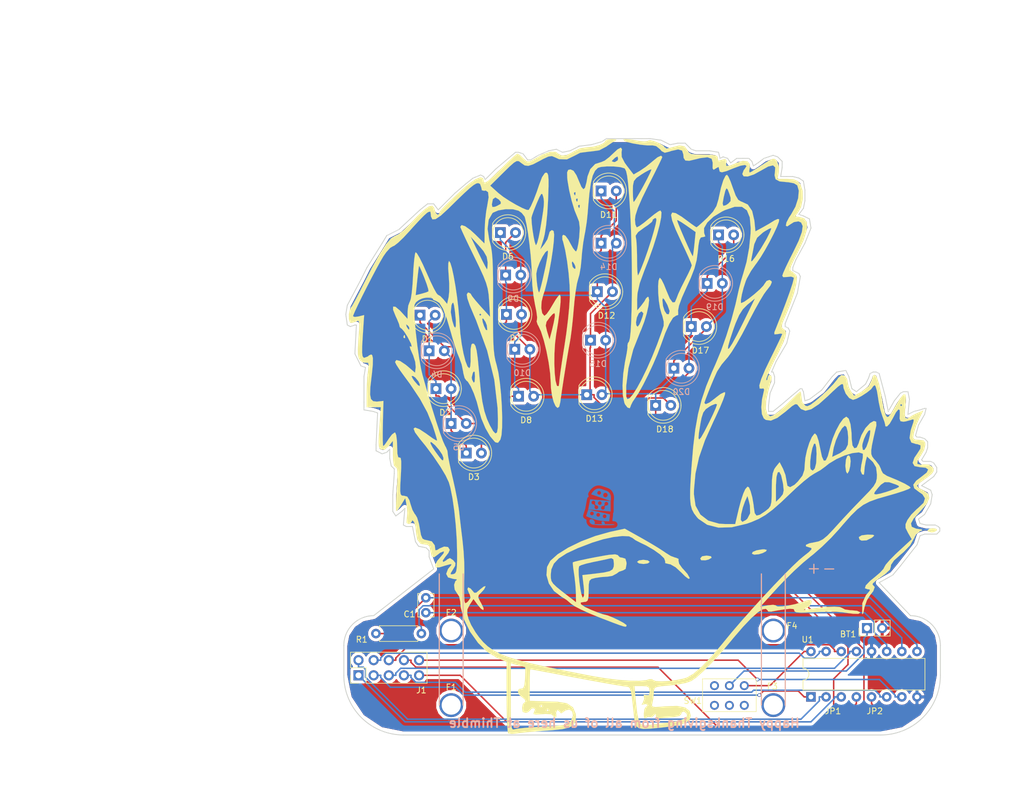
<source format=kicad_pcb>
(kicad_pcb (version 4) (host pcbnew 4.0.6)
  (layers (0 F.Cu signal) (31 B.Cu signal) (34 B.Paste user) (35 F.Paste user) (36 B.SilkS user) (37 F.SilkS user) (38 B.Mask user) (39 F.Mask user) (44 Edge.Cuts user))
  (net 0 "")
  (net 1 "Net-(C1-Pad1)")
  (net 2 "Net-(C1-Pad2)")
  (net 3 /Q6)
  (net 4 /Q5)
  (net 5 /Q14)
  (net 6 /Q13)
  (net 7 /Q12)
  (net 8 /Q10)
  (net 9 /Q9)
  (net 10 /Q8)
  (net 11 /Q7)
  (net 12 /Q4)
  (net 13 "Net-(R1-Pad2)")
  (net 14 VDD)
  (net 15 "Net-(BT1-Pad1)")
  (net 16 "Net-(SW1-Pad3)")
  (net 17 GND)
  (net 18 "Net-(D1-Pad1)")
  (net 19 "Net-(D1-Pad2)")
  (module thimble_footprint_lbrary:M3Hole (layer F.Cu) (at 172 145)
    (fp_text reference F3 (at -0.169 -3.141) (layer F.SilkS))
    (fp_text value 3mHole)
    (pad "" np_thru_hole circle (at 0 0) (size 4 4) (drill 3.2) (layers *.Cu *.Mask))
  )
  (module thimble_footprint_lbrary:M3Hole (layer F.Cu) (at 118 132.5)
    (fp_text reference F2 (at 0 -3) (layer F.SilkS))
    (fp_text value 3mHole)
    (pad "" np_thru_hole circle (at 0 0) (size 4 4) (drill 3.2) (layers *.Cu *.Mask))
  )
  (module thimble_footprint_lbrary:M3Hole (layer F.Cu) (at 172 132.5)
    (fp_text reference F4 (at 3.133 -0.801) (layer F.SilkS))
    (fp_text value 3mHole)
    (pad "" np_thru_hole circle (at 0 0) (size 4 4) (drill 3.2) (layers *.Cu *.Mask))
  )
  (module LEDs:LED_D5.0mm (layer F.Cu) (at 112.776 79.629)
    (fp_text reference D1 (at 1.27 4) (layer F.SilkS))
    (fp_text value LED)
    (pad 1 thru_hole rect (at 0 0) (size 1.8 1.8) (drill 0.9) (layers *.Cu *.Mask) (net 18 "Net-(D1-Pad1)"))
    (pad 2 thru_hole circle (at 2.54 0) (size 1.8 1.8) (drill 0.9) (layers *.Cu *.Mask) (net 19 "Net-(D1-Pad2)"))
  )
  (module LEDs:LED_D5.0mm (layer F.Cu) (at 115.443 91.948)
    (fp_text reference D2 (at 1.54 4) (layer F.SilkS))
    (fp_text value LED)
    (pad 1 thru_hole rect (at 0 0) (size 1.8 1.8) (drill 0.9) (layers *.Cu *.Mask) (net 19 "Net-(D1-Pad2)"))
    (pad 2 thru_hole circle (at 2.54 0) (size 1.8 1.8) (drill 0.9) (layers *.Cu *.Mask) (net 18 "Net-(D1-Pad1)"))
  )
  (module LEDs:LED_D5.0mm (layer F.Cu) (at 120.523 102.743)
    (fp_text reference D3 (at 1.27 4) (layer F.SilkS))
    (fp_text value LED)
    (pad 1 thru_hole rect (at 0 0) (size 1.8 1.8) (drill 0.9) (layers *.Cu *.Mask) (net 18 "Net-(D1-Pad1)"))
    (pad 2 thru_hole circle (at 2.54 0) (size 1.8 1.8) (drill 0.9) (layers *.Cu *.Mask) (net 19 "Net-(D1-Pad2)"))
  )
  (module LEDs:LED_D5.0mm (layer B.Cu) (at 114.3 85.598)
    (fp_text reference D4 (at 1.27 3.96) (layer B.SilkS) (effects (justify mirror)))
    (fp_text value LED)
    (pad 1 thru_hole rect (at 0 0) (size 1.8 1.8) (drill 0.9) (layers *.Cu *.Mask) (net 19 "Net-(D1-Pad2)"))
    (pad 2 thru_hole circle (at 2.54 0) (size 1.8 1.8) (drill 0.9) (layers *.Cu *.Mask) (net 18 "Net-(D1-Pad1)"))
  )
  (module LEDs:LED_D5.0mm (layer B.Cu) (at 117.983 97.79)
    (fp_text reference D5 (at 1.27 3.96) (layer B.SilkS) (effects (justify mirror)))
    (fp_text value LED)
    (pad 1 thru_hole rect (at 0 0) (size 1.8 1.8) (drill 0.9) (layers *.Cu *.Mask) (net 18 "Net-(D1-Pad1)"))
    (pad 2 thru_hole circle (at 2.54 0) (size 1.8 1.8) (drill 0.9) (layers *.Cu *.Mask) (net 19 "Net-(D1-Pad2)"))
  )
  (module LEDs:LED_D5.0mm (layer F.Cu) (at 126.238 65.786)
    (fp_text reference D6 (at 1.27 4) (layer F.SilkS))
    (fp_text value LED)
    (pad 1 thru_hole rect (at 0 0) (size 1.8 1.8) (drill 0.9) (layers *.Cu *.Mask) (net 19 "Net-(D1-Pad2)"))
    (pad 2 thru_hole circle (at 2.54 0) (size 1.8 1.8) (drill 0.9) (layers *.Cu *.Mask) (net 18 "Net-(D1-Pad1)"))
  )
  (module LEDs:LED_D5.0mm (layer F.Cu) (at 127.254 79.502)
    (fp_text reference D7 (at 1.54 4) (layer F.SilkS))
    (fp_text value LED)
    (pad 1 thru_hole rect (at 0 0) (size 1.8 1.8) (drill 0.9) (layers *.Cu *.Mask) (net 18 "Net-(D1-Pad1)"))
    (pad 2 thru_hole circle (at 2.54 0) (size 1.8 1.8) (drill 0.9) (layers *.Cu *.Mask) (net 19 "Net-(D1-Pad2)"))
  )
  (module LEDs:LED_D5.0mm (layer F.Cu) (at 129.286 93.218)
    (fp_text reference D8 (at 1.27 4) (layer F.SilkS))
    (fp_text value LED)
    (pad 1 thru_hole rect (at 0 0) (size 1.8 1.8) (drill 0.9) (layers *.Cu *.Mask) (net 19 "Net-(D1-Pad2)"))
    (pad 2 thru_hole circle (at 2.54 0) (size 1.8 1.8) (drill 0.9) (layers *.Cu *.Mask) (net 18 "Net-(D1-Pad1)"))
  )
  (module LEDs:LED_D5.0mm (layer B.Cu) (at 127.127 72.898)
    (fp_text reference D9 (at 1.27 3.96) (layer B.SilkS) (effects (justify mirror)))
    (fp_text value LED)
    (pad 1 thru_hole rect (at 0 0) (size 1.8 1.8) (drill 0.9) (layers *.Cu *.Mask) (net 18 "Net-(D1-Pad1)"))
    (pad 2 thru_hole circle (at 2.54 0) (size 1.8 1.8) (drill 0.9) (layers *.Cu *.Mask) (net 19 "Net-(D1-Pad2)"))
  )
  (module LEDs:LED_D5.0mm (layer B.Cu) (at 128.651 85.344)
    (fp_text reference D10 (at 1.27 3.96) (layer B.SilkS) (effects (justify mirror)))
    (fp_text value LED)
    (pad 1 thru_hole rect (at 0 0) (size 1.8 1.8) (drill 0.9) (layers *.Cu *.Mask) (net 19 "Net-(D1-Pad2)"))
    (pad 2 thru_hole circle (at 2.54 0) (size 1.8 1.8) (drill 0.9) (layers *.Cu *.Mask) (net 18 "Net-(D1-Pad1)"))
  )
  (module LEDs:LED_D5.0mm (layer F.Cu) (at 143.129 58.801)
    (fp_text reference D11 (at 1.27 4) (layer F.SilkS))
    (fp_text value LED)
    (pad 1 thru_hole rect (at 0 0) (size 1.8 1.8) (drill 0.9) (layers *.Cu *.Mask) (net 18 "Net-(D1-Pad1)"))
    (pad 2 thru_hole circle (at 2.54 0) (size 1.8 1.8) (drill 0.9) (layers *.Cu *.Mask) (net 19 "Net-(D1-Pad2)"))
  )
  (module LEDs:LED_D5.0mm (layer F.Cu) (at 142.494 75.692)
    (fp_text reference D12 (at 1.54 4) (layer F.SilkS))
    (fp_text value LED)
    (pad 1 thru_hole rect (at 0 0) (size 1.8 1.8) (drill 0.9) (layers *.Cu *.Mask) (net 19 "Net-(D1-Pad2)"))
    (pad 2 thru_hole circle (at 2.54 0) (size 1.8 1.8) (drill 0.9) (layers *.Cu *.Mask) (net 18 "Net-(D1-Pad1)"))
  )
  (module LEDs:LED_D5.0mm (layer F.Cu) (at 140.716 92.964)
    (fp_text reference D13 (at 1.27 4) (layer F.SilkS))
    (fp_text value LED)
    (pad 1 thru_hole rect (at 0 0) (size 1.8 1.8) (drill 0.9) (layers *.Cu *.Mask) (net 18 "Net-(D1-Pad1)"))
    (pad 2 thru_hole circle (at 2.54 0) (size 1.8 1.8) (drill 0.9) (layers *.Cu *.Mask) (net 19 "Net-(D1-Pad2)"))
  )
  (module LEDs:LED_D5.0mm (layer B.Cu) (at 143.129 67.564)
    (fp_text reference D14 (at 1.27 3.96) (layer B.SilkS) (effects (justify mirror)))
    (fp_text value LED)
    (pad 1 thru_hole rect (at 0 0) (size 1.8 1.8) (drill 0.9) (layers *.Cu *.Mask) (net 19 "Net-(D1-Pad2)"))
    (pad 2 thru_hole circle (at 2.54 0) (size 1.8 1.8) (drill 0.9) (layers *.Cu *.Mask) (net 18 "Net-(D1-Pad1)"))
  )
  (module LEDs:LED_D5.0mm (layer B.Cu) (at 141.351 83.82)
    (fp_text reference D15 (at 1.27 3.96) (layer B.SilkS) (effects (justify mirror)))
    (fp_text value LED)
    (pad 1 thru_hole rect (at 0 0) (size 1.8 1.8) (drill 0.9) (layers *.Cu *.Mask) (net 18 "Net-(D1-Pad1)"))
    (pad 2 thru_hole circle (at 2.54 0) (size 1.8 1.8) (drill 0.9) (layers *.Cu *.Mask) (net 19 "Net-(D1-Pad2)"))
  )
  (module LEDs:LED_D5.0mm (layer F.Cu) (at 162.814 66.167)
    (fp_text reference D16 (at 1.27 4) (layer F.SilkS))
    (fp_text value LED)
    (pad 1 thru_hole rect (at 0 0) (size 1.8 1.8) (drill 0.9) (layers *.Cu *.Mask) (net 19 "Net-(D1-Pad2)"))
    (pad 2 thru_hole circle (at 2.54 0) (size 1.8 1.8) (drill 0.9) (layers *.Cu *.Mask) (net 18 "Net-(D1-Pad1)"))
  )
  (module LEDs:LED_D5.0mm (layer F.Cu) (at 158.242 81.534)
    (fp_text reference D17 (at 1.54 4) (layer F.SilkS))
    (fp_text value LED)
    (pad 1 thru_hole rect (at 0 0) (size 1.8 1.8) (drill 0.9) (layers *.Cu *.Mask) (net 18 "Net-(D1-Pad1)"))
    (pad 2 thru_hole circle (at 2.54 0) (size 1.8 1.8) (drill 0.9) (layers *.Cu *.Mask) (net 19 "Net-(D1-Pad2)"))
  )
  (module LEDs:LED_D5.0mm (layer F.Cu) (at 152.273 94.742)
    (fp_text reference D18 (at 1.54 4) (layer F.SilkS))
    (fp_text value LED)
    (pad 1 thru_hole rect (at 0 0) (size 1.8 1.8) (drill 0.9) (layers *.Cu *.Mask) (net 19 "Net-(D1-Pad2)"))
    (pad 2 thru_hole circle (at 2.54 0) (size 1.8 1.8) (drill 0.9) (layers *.Cu *.Mask) (net 18 "Net-(D1-Pad1)"))
  )
  (module LEDs:LED_D5.0mm (layer B.Cu) (at 160.909 74.295)
    (fp_text reference D19 (at 1.27 3.96) (layer B.SilkS) (effects (justify mirror)))
    (fp_text value LED)
    (pad 1 thru_hole rect (at 0 0) (size 1.8 1.8) (drill 0.9) (layers *.Cu *.Mask) (net 18 "Net-(D1-Pad1)"))
    (pad 2 thru_hole circle (at 2.54 0) (size 1.8 1.8) (drill 0.9) (layers *.Cu *.Mask) (net 19 "Net-(D1-Pad2)"))
  )
  (module LEDs:LED_D5.0mm (layer B.Cu) (at 155.321 88.519)
    (fp_text reference D20 (at 1.27 3.96) (layer B.SilkS) (effects (justify mirror)))
    (fp_text value LED)
    (pad 1 thru_hole rect (at 0 0) (size 1.8 1.8) (drill 0.9) (layers *.Cu *.Mask) (net 19 "Net-(D1-Pad2)"))
    (pad 2 thru_hole circle (at 2.54 0) (size 1.8 1.8) (drill 0.9) (layers *.Cu *.Mask) (net 18 "Net-(D1-Pad1)"))
  )
  (module Resistors_THT:R_Axial_DIN0207_L6.3mm_D2.5mm_P7.62mm_Horizontal (layer F.Cu) (at 105.38 133)
    (fp_text reference R1 (at -2.38 1 180) (layer F.SilkS))
    (fp_text value 100K)
    (pad 1 thru_hole circle (at 0 0) (size 1.6 1.6) (drill 0.8) (layers *.Cu *.Mask) (net 2 "Net-(C1-Pad2)"))
    (pad 2 thru_hole oval (at 7.62 0) (size 1.6 1.6) (drill 0.8) (layers *.Cu *.Mask) (net 13 "Net-(R1-Pad2)"))
  )
  (module thimble_footprint_lbrary:slideJS (layer F.Cu) (at 164.632 143.582 180)
    (fp_text reference SW1 (at 6.136 -0.69 180) (layer F.SilkS))
    (fp_text value SW_DPDT_x2)
    (pad 5 thru_hole circle (at 0 -1.45 180) (size 1.5 1.5) (drill 0.9) (layers *.Cu *.Mask))
    (pad 6 thru_hole circle (at 2.5 -1.45 180) (size 1.5 1.5) (drill 0.9) (layers *.Cu *.Mask))
    (pad 4 thru_hole circle (at -2.5 -1.45 180) (size 1.5 1.5) (drill 0.9) (layers *.Cu *.Mask))
    (pad 1 thru_hole circle (at -2.5 1.85 180) (size 1.5 1.5) (drill 0.9) (layers *.Cu *.Mask) (net 14 VDD))
    (pad 2 thru_hole circle (at 0 1.85 180) (size 1.5 1.5) (drill 0.9) (layers *.Cu *.Mask) (net 15 "Net-(BT1-Pad1)"))
    (pad 3 thru_hole circle (at 2.5 1.85 180) (size 1.5 1.5) (drill 0.9) (layers *.Cu *.Mask) (net 16 "Net-(SW1-Pad3)"))
  )
  (module Housings_DIP:DIP-16_W7.62mm (layer F.Cu) (at 178.3 143.62 90)
    (fp_text reference U1 (at 9.62 -0.55 180) (layer F.SilkS))
    (fp_text value 4060)
    (pad 1 thru_hole rect (at 0 0 90) (size 1.6 1.6) (drill 0.8) (layers *.Cu *.Mask) (net 7 /Q12))
    (pad 9 thru_hole oval (at 7.62 17.78 90) (size 1.6 1.6) (drill 0.8) (layers *.Cu *.Mask) (net 2 "Net-(C1-Pad2)"))
    (pad 2 thru_hole oval (at 0 2.54 90) (size 1.6 1.6) (drill 0.8) (layers *.Cu *.Mask) (net 6 /Q13))
    (pad 10 thru_hole oval (at 7.62 15.24 90) (size 1.6 1.6) (drill 0.8) (layers *.Cu *.Mask) (net 13 "Net-(R1-Pad2)"))
    (pad 3 thru_hole oval (at 0 5.08 90) (size 1.6 1.6) (drill 0.8) (layers *.Cu *.Mask) (net 5 /Q14))
    (pad 11 thru_hole oval (at 7.62 12.7 90) (size 1.6 1.6) (drill 0.8) (layers *.Cu *.Mask) (net 1 "Net-(C1-Pad1)"))
    (pad 4 thru_hole oval (at 0 7.62 90) (size 1.6 1.6) (drill 0.8) (layers *.Cu *.Mask) (net 3 /Q6))
    (pad 12 thru_hole oval (at 7.62 10.16 90) (size 1.6 1.6) (drill 0.8) (layers *.Cu *.Mask) (net 17 GND))
    (pad 5 thru_hole oval (at 0 10.16 90) (size 1.6 1.6) (drill 0.8) (layers *.Cu *.Mask) (net 4 /Q5))
    (pad 13 thru_hole oval (at 7.62 7.62 90) (size 1.6 1.6) (drill 0.8) (layers *.Cu *.Mask) (net 9 /Q9))
    (pad 6 thru_hole oval (at 0 12.7 90) (size 1.6 1.6) (drill 0.8) (layers *.Cu *.Mask) (net 11 /Q7))
    (pad 14 thru_hole oval (at 7.62 5.08 90) (size 1.6 1.6) (drill 0.8) (layers *.Cu *.Mask) (net 10 /Q8))
    (pad 7 thru_hole oval (at 0 15.24 90) (size 1.6 1.6) (drill 0.8) (layers *.Cu *.Mask) (net 12 /Q4))
    (pad 15 thru_hole oval (at 7.62 2.54 90) (size 1.6 1.6) (drill 0.8) (layers *.Cu *.Mask) (net 8 /Q10))
    (pad 8 thru_hole oval (at 0 17.78 90) (size 1.6 1.6) (drill 0.8) (layers *.Cu *.Mask) (net 17 GND))
    (pad 16 thru_hole oval (at 7.62 0 90) (size 1.6 1.6) (drill 0.8) (layers *.Cu *.Mask) (net 14 VDD))
  )
  (module Pin_Headers:Pin_Header_Straight_1x02_Pitch2.54mm (layer F.Cu) (at 187.706 132.08 90)
    (fp_text reference BT1 (at -1.016 -3.175 180) (layer F.SilkS))
    (fp_text value Battery)
    (pad 1 thru_hole rect (at 0 0 90) (size 1.7 1.7) (drill 1) (layers *.Cu *.Mask) (net 15 "Net-(BT1-Pad1)"))
    (pad 2 thru_hole oval (at 0 2.54 90) (size 1.7 1.7) (drill 1) (layers *.Cu *.Mask) (net 17 GND))
  )
  (module Capacitors_THT:C_Disc_D3.8mm_W2.6mm_P2.50mm (layer F.Cu) (at 113.75 129.5 90)
    (fp_text reference C1 (at -0.254 -2.75 180) (layer F.SilkS))
    (fp_text value 0.22uF)
    (pad 1 thru_hole circle (at 0 0 90) (size 1.6 1.6) (drill 0.8) (layers *.Cu *.Mask) (net 1 "Net-(C1-Pad1)"))
    (pad 2 thru_hole circle (at 2.5 0 90) (size 1.6 1.6) (drill 0.8) (layers *.Cu *.Mask) (net 2 "Net-(C1-Pad2)"))
  )
  (module thimble_footprint_lbrary:Thimble_Logo_copper (layer B.Cu) (at 143.002 111.76 180)
    (fp_text reference thimG*** hide)
    (fp_text value LOGO hide)
    (fp_poly (pts (xy 1.62494 -2.082017) (xy 1.677242 -2.103739) (xy 1.722687 -2.136916) (xy 1.777471 -2.200341) (xy 1.811414 -2.273592) (xy 1.825793 -2.354007) (xy 1.821883 -2.438922) (xy 1.800962 -2.525673) (xy 1.764305 -2.611597) (xy 1.713189 -2.694031) (xy 1.64889 -2.770311) (xy 1.572683 -2.837774) (xy 1.485846 -2.893756) (xy 1.389655 -2.935594) (xy 1.332191 -2.95185) (xy 1.254536 -2.966981) (xy 1.154028 -2.98219) (xy 1.033213 -2.997226) (xy 0.894636 -3.01184) (xy 0.740842 -3.025781) (xy 0.574376 -3.038799) (xy 0.397784 -3.050644) (xy 0.2286 -3.060289) (xy 0.165138 -3.062801) (xy 0.079291 -3.064981) (xy -0.025927 -3.066827) (xy -0.147504 -3.068342) (xy -0.282427 -3.069527) (xy -0.427684 -3.070382) (xy -0.58026 -3.070908) (xy -0.737144 -3.071107) (xy -0.895322 -3.070981) (xy -1.051781 -3.070528) (xy -1.203508 -3.069752) (xy -1.347491 -3.068653) (xy -1.480717 -3.067231) (xy -1.600171 -3.065489) (xy -1.702843 -3.063426) (xy -1.785718 -3.061045) (xy -1.82245 -3.059568) (xy -1.969542 -3.051593) (xy -2.092026 -3.042375) (xy -2.190669 -3.03179) (xy -2.266239 -3.019716) (xy -2.319503 -3.006028) (xy -2.351229 -2.990603) (xy -2.362183 -2.973317) (xy -2.3622 -2.972561) (xy -2.352272 -2.948802) (xy -2.341359 -2.941119) (xy -2.314313 -2.934007) (xy -2.272033 -2.927868) (xy -2.213282 -2.92266) (xy -2.136825 -2.918339) (xy -2.041426 -2.914863) (xy -1.925851 -2.912189) (xy -1.788864 -2.910274) (xy -1.629229 -2.909075) (xy -1.44571 -2.908549) (xy -1.401661 -2.90852) (xy -0.714171 -2.9083) (xy -0.732811 -2.854325) (xy -0.745008 -2.790183) (xy -0.73736 -2.721662) (xy -0.709274 -2.644194) (xy -0.703953 -2.632943) (xy -0.660594 -2.564952) (xy -0.604731 -2.509475) (xy -0.540319 -2.467574) (xy -0.471315 -2.440314) (xy -0.401675 -2.428756) (xy -0.335356 -2.433965) (xy -0.276315 -2.457003) (xy -0.228508 -2.498934) (xy -0.224555 -2.504128) (xy -0.199272 -2.558866) (xy -0.191977 -2.624959) (xy -0.201753 -2.696801) (xy -0.227682 -2.768785) (xy -0.268848 -2.835303) (xy -0.281165 -2.85014) (xy -0.332359 -2.9083) (xy 0.003207 -2.9083) (xy 0.117554 -2.907925) (xy 0.248032 -2.906876) (xy 0.385384 -2.905269) (xy 0.520355 -2.903216) (xy 0.643687 -2.900833) (xy 0.684026 -2.899902) (xy 1.02928 -2.891504) (xy 1.005075 -2.864977) (xy 0.969509 -2.818468) (xy 0.947322 -2.768386) (xy 0.936163 -2.70738) (xy 0.933593 -2.6416) (xy 0.934707 -2.585208) (xy 0.939548 -2.542813) (xy 0.950561 -2.503742) (xy 0.970193 -2.457325) (xy 0.981196 -2.433915) (xy 1.041118 -2.333635) (xy 1.118916 -2.242992) (xy 1.209149 -2.167523) (xy 1.28905 -2.120631) (xy 1.346253 -2.096022) (xy 1.397614 -2.08165) (xy 1.456375 -2.074204) (xy 1.481136 -2.072623) (xy 1.561748 -2.072224) (xy 1.62494 -2.082017)) (layer B.Cu) (width 0.01))
    (fp_poly (pts (xy 2.030161 -0.46911) (xy 2.042887 -0.502066) (xy 2.06125 -0.553339) (xy 2.084287 -0.619966) (xy 2.111035 -0.698982) (xy 2.140532 -0.787421) (xy 2.171814 -0.88232) (xy 2.20392 -0.980711) (xy 2.235887 -1.079632) (xy 2.266752 -1.176116) (xy 2.295553 -1.2672) (xy 2.321326 -1.349918) (xy 2.343109 -1.421304) (xy 2.35994 -1.478395) (xy 2.370856 -1.518225) (xy 2.374895 -1.53783) (xy 2.374899 -1.538117) (xy 2.363394 -1.551461) (xy 2.330551 -1.572471) (xy 2.278886 -1.600075) (xy 2.21091 -1.633199) (xy 2.129138 -1.670771) (xy 2.036082 -1.711719) (xy 1.934255 -1.754969) (xy 1.826172 -1.799451) (xy 1.714344 -1.84409) (xy 1.601285 -1.887814) (xy 1.489508 -1.929552) (xy 1.381527 -1.96823) (xy 1.3081 -1.993394) (xy 0.907823 -2.116773) (xy 0.508571 -2.21774) (xy 0.106798 -2.296905) (xy -0.301043 -2.354879) (xy -0.718502 -2.392272) (xy -1.107358 -2.408875) (xy -1.471765 -2.416792) (xy -1.478478 -2.386321) (xy -1.482442 -2.363252) (xy -1.488927 -2.319454) (xy -1.497536 -2.258024) (xy -1.507872 -2.182055) (xy -1.519539 -2.094642) (xy -1.53214 -1.99888) (xy -1.545279 -1.897862) (xy -1.558558 -1.794685) (xy -1.571582 -1.692441) (xy -1.583954 -1.594227) (xy -1.587145 -1.568554) (xy -1.025934 -1.568554) (xy -1.018796 -1.650268) (xy -0.990145 -1.728322) (xy -0.942227 -1.795481) (xy -0.877897 -1.846583) (xy -0.801752 -1.878603) (xy -0.719572 -1.890779) (xy -0.637135 -1.882349) (xy -0.56022 -1.852551) (xy -0.550935 -1.847072) (xy -0.49473 -1.800405) (xy -0.446736 -1.738268) (xy -0.412979 -1.669568) (xy -0.401667 -1.626499) (xy -0.400454 -1.543998) (xy -0.421522 -1.466248) (xy -0.461782 -1.396788) (xy -0.517464 -1.33985) (xy 0.051357 -1.33985) (xy 0.063175 -1.428249) (xy 0.097239 -1.506925) (xy 0.151471 -1.572614) (xy 0.223789 -1.622056) (xy 0.234668 -1.627237) (xy 0.294163 -1.644385) (xy 0.364448 -1.650144) (xy 0.433632 -1.644316) (xy 0.479832 -1.631329) (xy 0.535575 -1.598344) (xy 0.589867 -1.549733) (xy 0.633808 -1.494156) (xy 0.648935 -1.46685) (xy 0.665745 -1.412007) (xy 0.672758 -1.346187) (xy 0.672821 -1.340684) (xy 0.661973 -1.256674) (xy 0.631175 -1.183361) (xy 0.58403 -1.12236) (xy 0.573067 -1.113742) (xy 1.097407 -1.113742) (xy 1.109165 -1.191266) (xy 1.141564 -1.264019) (xy 1.193881 -1.328415) (xy 1.265394 -1.380868) (xy 1.2954 -1.396002) (xy 1.375872 -1.418946) (xy 1.459481 -1.416894) (xy 1.512006 -1.4031) (xy 1.59221 -1.362714) (xy 1.65581 -1.303386) (xy 1.685641 -1.260044) (xy 1.705736 -1.221055) (xy 1.716489 -1.183928) (xy 1.720525 -1.137571) (xy 1.72085 -1.11125) (xy 1.71475 -1.03324) (xy 1.694351 -0.969903) (xy 1.656499 -0.913087) (xy 1.635208 -0.889789) (xy 1.564787 -0.834101) (xy 1.487395 -0.80153) (xy 1.40661 -0.792089) (xy 1.326006 -0.805789) (xy 1.249159 -0.842641) (xy 1.193195 -0.888395) (xy 1.1387 -0.958721) (xy 1.107012 -1.035032) (xy 1.097407 -1.113742) (xy 0.573067 -1.113742) (xy 0.524142 -1.075285) (xy 0.455115 -1.043748) (xy 0.380552 -1.029364) (xy 0.304056 -1.033746) (xy 0.229233 -1.058509) (xy 0.159684 -1.105265) (xy 0.155503 -1.109039) (xy 0.099254 -1.171984) (xy 0.065645 -1.239079) (xy 0.051978 -1.316299) (xy 0.051357 -1.33985) (xy -0.517464 -1.33985) (xy -0.518144 -1.339155) (xy -0.587518 -1.296885) (xy -0.666816 -1.273515) (xy -0.713059 -1.27) (xy -0.788673 -1.276598) (xy -0.851738 -1.298856) (xy -0.912109 -1.340462) (xy -0.920512 -1.347693) (xy -0.976567 -1.412642) (xy -1.011783 -1.487804) (xy -1.025934 -1.568554) (xy -1.587145 -1.568554) (xy -1.595277 -1.503135) (xy -1.605155 -1.422262) (xy -1.61319 -1.354702) (xy -1.618987 -1.303548) (xy -1.622149 -1.271897) (xy -1.622484 -1.26265) (xy -1.609724 -1.259354) (xy -1.573829 -1.250983) (xy -1.516475 -1.237908) (xy -1.439337 -1.220497) (xy -1.34409 -1.199121) (xy -1.23241 -1.174149) (xy -1.105971 -1.145952) (xy -0.966449 -1.1149) (xy -0.815518 -1.081362) (xy -0.654855 -1.045708) (xy -0.486134 -1.008308) (xy -0.311031 -0.969533) (xy -0.13122 -0.929751) (xy 0.051624 -0.889334) (xy 0.235824 -0.84865) (xy 0.419706 -0.80807) (xy 0.601594 -0.767963) (xy 0.779815 -0.7287) (xy 0.952691 -0.690651) (xy 1.118549 -0.654184) (xy 1.275713 -0.619672) (xy 1.422507 -0.587482) (xy 1.557257 -0.557985) (xy 1.678287 -0.531551) (xy 1.783923 -0.508551) (xy 1.872489 -0.489353) (xy 1.942309 -0.474327) (xy 1.99171 -0.463844) (xy 2.019015 -0.458274) (xy 2.024033 -0.457439) (xy 2.030161 -0.46911)) (layer B.Cu) (width 0.01))
    (fp_poly (pts (xy 1.711818 1.264216) (xy 1.715054 1.251129) (xy 1.722361 1.215617) (xy 1.733279 1.160152) (xy 1.747351 1.087208) (xy 1.764117 0.999258) (xy 1.783121 0.898775) (xy 1.803904 0.788234) (xy 1.826007 0.670107) (xy 1.848973 0.546868) (xy 1.872343 0.42099) (xy 1.895658 0.294947) (xy 1.918461 0.171212) (xy 1.940293 0.052259) (xy 1.960697 -0.059439) (xy 1.979213 -0.161409) (xy 1.995385 -0.251177) (xy 2.008752 -0.32627) (xy 2.018858 -0.384214) (xy 2.025244 -0.422537) (xy 2.027451 -0.438763) (xy 2.027387 -0.439143) (xy 2.014766 -0.440355) (xy 1.978254 -0.443671) (xy 1.91926 -0.448967) (xy 1.839196 -0.456118) (xy 1.739472 -0.464999) (xy 1.621499 -0.475484) (xy 1.486687 -0.487448) (xy 1.336446 -0.500767) (xy 1.172187 -0.515315) (xy 0.995321 -0.530967) (xy 0.807258 -0.547598) (xy 0.609408 -0.565083) (xy 0.403182 -0.583296) (xy 0.19685 -0.601508) (xy -0.01692 -0.62039) (xy -0.224161 -0.638734) (xy -0.423422 -0.656408) (xy -0.613251 -0.673283) (xy -0.792198 -0.689229) (xy -0.95881 -0.704114) (xy -1.111636 -0.71781) (xy -1.249224 -0.730185) (xy -1.370124 -0.741109) (xy -1.472884 -0.750453) (xy -1.556052 -0.758085) (xy -1.618177 -0.763875) (xy -1.657807 -0.767694) (xy -1.673225 -0.769365) (xy -1.7145 -0.77585) (xy -1.7145 0.542852) (xy -1.315796 0.542852) (xy -1.30981 0.466144) (xy -1.284324 0.392412) (xy -1.239348 0.325492) (xy -1.174896 0.269221) (xy -1.142768 0.250078) (xy -1.104415 0.231173) (xy -1.072889 0.220836) (xy -1.038355 0.217286) (xy -0.990977 0.21874) (xy -0.975255 0.219723) (xy -0.87736 0.226126) (xy -0.78793 0.116238) (xy -0.743458 0.05886) (xy -0.716016 0.017075) (xy -0.706153 -0.008244) (xy -0.706787 -0.0127) (xy -0.714411 -0.035028) (xy -0.725324 -0.072493) (xy -0.733554 -0.103173) (xy -0.743531 -0.147919) (xy -0.745214 -0.182494) (xy -0.738374 -0.220291) (xy -0.73111 -0.246573) (xy -0.695034 -0.326665) (xy -0.638603 -0.394692) (xy -0.565706 -0.446167) (xy -0.55245 -0.452718) (xy -0.472875 -0.477949) (xy -0.392355 -0.478708) (xy -0.328577 -0.463195) (xy -0.251411 -0.42511) (xy -0.191251 -0.371745) (xy -0.148427 -0.306981) (xy -0.123269 -0.234698) (xy -0.116107 -0.158775) (xy -0.12727 -0.083093) (xy -0.135434 -0.0635) (xy 0.356157 -0.0635) (xy 0.367394 -0.148544) (xy 0.398789 -0.223688) (xy 0.44687 -0.286651) (xy 0.508166 -0.335155) (xy 0.579206 -0.366923) (xy 0.656516 -0.379675) (xy 0.736626 -0.371134) (xy 0.79375 -0.350681) (xy 0.868796 -0.302888) (xy 0.926002 -0.241156) (xy 0.963996 -0.169313) (xy 0.981407 -0.091188) (xy 0.976862 -0.010611) (xy 0.948991 0.068588) (xy 0.945968 0.074283) (xy 0.911496 0.137619) (xy 0.998673 0.277493) (xy 1.08585 0.417366) (xy 1.131872 0.410516) (xy 1.192165 0.411518) (xy 1.259657 0.428275) (xy 1.324698 0.457535) (xy 1.373044 0.491767) (xy 1.429475 0.553659) (xy 1.463428 0.619501) (xy 1.477725 0.695497) (xy 1.47861 0.7239) (xy 1.467411 0.812978) (xy 1.433997 0.889833) (xy 1.378641 0.954052) (xy 1.301617 1.005219) (xy 1.28905 1.01135) (xy 1.207505 1.036513) (xy 1.125303 1.037221) (xy 1.045726 1.014112) (xy 0.972057 0.967824) (xy 0.946889 0.944885) (xy 0.892913 0.874471) (xy 0.861733 0.796099) (xy 0.853888 0.713489) (xy 0.869916 0.630361) (xy 0.893686 0.577285) (xy 0.924706 0.521783) (xy 0.837682 0.384717) (xy 0.750658 0.24765) (xy 0.676954 0.246826) (xy 0.588694 0.234557) (xy 0.510331 0.201764) (xy 0.444892 0.151376) (xy 0.395406 0.086324) (xy 0.364901 0.009536) (xy 0.356157 -0.0635) (xy -0.135434 -0.0635) (xy -0.157089 -0.011531) (xy -0.205893 0.05203) (xy -0.274011 0.103712) (xy -0.280092 0.107101) (xy -0.351597 0.134473) (xy -0.429645 0.145337) (xy -0.503374 0.138312) (xy -0.510712 0.1364) (xy -0.526602 0.133683) (xy -0.541731 0.137351) (xy -0.55981 0.150423) (xy -0.58455 0.175918) (xy -0.619662 0.216854) (xy -0.640701 0.242165) (xy -0.736228 0.357581) (xy -0.714525 0.397866) (xy -0.69843 0.446936) (xy -0.692049 0.509603) (xy -0.695183 0.576076) (xy -0.706005 0.62865) (xy -0.215343 0.62865) (xy -0.20382 0.540119) (xy -0.171045 0.46276) (xy -0.119705 0.399262) (xy -0.052488 0.352313) (xy 0.027917 0.324601) (xy 0.09525 0.318058) (xy 0.161387 0.323747) (xy 0.217778 0.339201) (xy 0.222531 0.341263) (xy 0.296982 0.388271) (xy 0.3538 0.45205) (xy 0.390824 0.529221) (xy 0.405889 0.616409) (xy 0.406121 0.627816) (xy 0.395885 0.712307) (xy 0.363575 0.786186) (xy 0.307796 0.852467) (xy 0.298137 0.861222) (xy 0.224567 0.910548) (xy 0.145054 0.936339) (xy 0.063155 0.938615) (xy -0.017577 0.917399) (xy -0.093587 0.872713) (xy -0.110524 0.858682) (xy -0.167393 0.796662) (xy -0.201345 0.728717) (xy -0.214863 0.649402) (xy -0.215343 0.62865) (xy -0.706005 0.62865) (xy -0.707635 0.636564) (xy -0.71994 0.66675) (xy -0.77108 0.738198) (xy -0.836467 0.791473) (xy -0.911912 0.825232) (xy -0.993228 0.838135) (xy -1.076226 0.828839) (xy -1.144493 0.802733) (xy -1.21663 0.752478) (xy -1.269218 0.689855) (xy -1.302269 0.618701) (xy -1.315796 0.542852) (xy -1.7145 0.542852) (xy -1.7145 0.96405) (xy -1.673225 0.970814) (xy -1.654523 0.972935) (xy -1.612444 0.977094) (xy -1.54892 0.983114) (xy -1.465876 0.990822) (xy -1.365243 1.000041) (xy -1.248948 1.010596) (xy -1.11892 1.022313) (xy -0.977087 1.035015) (xy -0.825377 1.048528) (xy -0.665719 1.062676) (xy -0.55245 1.072671) (xy -0.371361 1.088631) (xy -0.184421 1.105122) (xy 0.004932 1.121839) (xy 0.19326 1.138479) (xy 0.377125 1.154737) (xy 0.55309 1.17031) (xy 0.717716 1.184892) (xy 0.867567 1.198181) (xy 0.999204 1.209871) (xy 1.10919 1.21966) (xy 1.115225 1.220198) (xy 1.234836 1.230669) (xy 1.346641 1.240089) (xy 1.44811 1.248269) (xy 1.536714 1.255024) (xy 1.609922 1.260166) (xy 1.665205 1.263509) (xy 1.700032 1.264866) (xy 1.711818 1.264216)) (layer B.Cu) (width 0.01))
    (fp_poly (pts (xy 0.387032 3.067722) (xy 0.465119 3.057586) (xy 0.4826 3.05394) (xy 0.626716 3.010246) (xy 0.764868 2.946599) (xy 0.899338 2.861599) (xy 1.032408 2.753846) (xy 1.1378 2.651966) (xy 1.293705 2.474904) (xy 1.426877 2.289141) (xy 1.500275 2.165923) (xy 1.535015 2.102996) (xy 0.916732 1.889384) (xy 0.801563 1.849595) (xy 0.665954 1.802745) (xy 0.513475 1.750069) (xy 0.347694 1.692799) (xy 0.172181 1.632167) (xy -0.009495 1.569407) (xy -0.193766 1.505751) (xy -0.377063 1.442433) (xy -0.555817 1.380685) (xy -0.6985 1.331398) (xy -0.851298 1.278613) (xy -0.997291 1.22817) (xy -1.134681 1.180691) (xy -1.26167 1.136798) (xy -1.376463 1.097111) (xy -1.477261 1.062253) (xy -1.562267 1.032845) (xy -1.629684 1.009508) (xy -1.677714 0.992864) (xy -1.704561 0.983535) (xy -1.709699 0.981727) (xy -1.718487 0.991281) (xy -1.728921 1.02504) (xy -1.7407 1.081887) (xy -1.747229 1.120041) (xy -1.758931 1.213103) (xy -1.766752 1.319681) (xy -1.770678 1.433203) (xy -1.770694 1.547095) (xy -1.766785 1.654786) (xy -1.758934 1.749702) (xy -1.748842 1.817003) (xy -1.702954 1.993361) (xy -1.698431 2.004605) (xy -1.218415 2.004605) (xy -1.216508 1.957617) (xy -1.205346 1.871416) (xy -1.183837 1.808321) (xy -1.149752 1.758428) (xy -1.100856 1.706838) (xy -1.045198 1.660776) (xy -0.990831 1.627462) (xy -0.974413 1.620448) (xy -0.913977 1.606907) (xy -0.84173 1.603569) (xy -0.767905 1.609889) (xy -0.702738 1.625324) (xy -0.676613 1.636283) (xy -0.598047 1.689691) (xy -0.537489 1.757472) (xy -0.495566 1.835767) (xy -0.472903 1.920718) (xy -0.470126 2.008469) (xy -0.48786 2.095161) (xy -0.526731 2.176938) (xy -0.578473 2.241326) (xy -0.653198 2.299736) (xy -0.730232 2.333756) (xy -0.109491 2.333756) (xy -0.093125 2.250284) (xy -0.07521 2.208172) (xy -0.045463 2.164727) (xy -0.002297 2.119553) (xy 0.046286 2.079794) (xy 0.09228 2.052591) (xy 0.104331 2.047961) (xy 0.170841 2.035713) (xy 0.243504 2.03651) (xy 0.308 2.05012) (xy 0.38414 2.089861) (xy 0.445435 2.147098) (xy 0.489626 2.217507) (xy 0.514451 2.296761) (xy 0.517647 2.380536) (xy 0.507895 2.432424) (xy 0.485813 2.483038) (xy 0.449514 2.536532) (xy 0.436409 2.551953) (xy 0.36748 2.611967) (xy 0.291551 2.648828) (xy 0.2119 2.662433) (xy 0.131807 2.652679) (xy 0.054553 2.619465) (xy -0.013305 2.566005) (xy -0.069111 2.494333) (xy -0.10133 2.416011) (xy -0.109491 2.333756) (xy -0.730232 2.333756) (xy -0.735638 2.336143) (xy -0.822122 2.351252) (xy -0.908983 2.345767) (xy -0.992552 2.320392) (xy -1.06916 2.275833) (xy -1.135137 2.212792) (xy -1.186816 2.131974) (xy -1.190657 2.123815) (xy -1.207487 2.082869) (xy -1.216192 2.046651) (xy -1.218415 2.004605) (xy -1.698431 2.004605) (xy -1.638841 2.152729) (xy -1.556829 2.294679) (xy -1.457243 2.418784) (xy -1.340409 2.524617) (xy -1.206653 2.611752) (xy -1.106159 2.660121) (xy -1.066248 2.675936) (xy -1.007034 2.698075) (xy -0.931758 2.725423) (xy -0.843662 2.756866) (xy -0.745987 2.79129) (xy -0.641974 2.82758) (xy -0.534863 2.864621) (xy -0.427898 2.901299) (xy -0.324317 2.936499) (xy -0.227364 2.969107) (xy -0.140278 2.998008) (xy -0.066302 3.022087) (xy -0.008676 3.040231) (xy 0.029358 3.051324) (xy 0.037172 3.053274) (xy 0.111706 3.065107) (xy 0.201047 3.071469) (xy 0.295915 3.072346) (xy 0.387032 3.067722)) (layer B.Cu) (width 0.01))
  )
  (module thimble_footprint_lbrary:M3Hole (layer F.Cu) (at 118 145)
    (fp_text reference F1 (at 0 -3) (layer F.SilkS))
    (fp_text value 3mHole)
    (pad "" np_thru_hole circle (at 0 0) (size 4 4) (drill 3.2) (layers *.Cu *.Mask))
  )
  (module Pin_Headers:Pin_Header_Straight_2x05_Pitch2.54mm (layer F.Cu) (at 102.46 140 90)
    (fp_text reference J1 (at -2.5 10.54 180) (layer F.SilkS))
    (fp_text value CONN_01X10)
    (pad 1 thru_hole rect (at 0 0 90) (size 1.7 1.7) (drill 1) (layers *.Cu *.Mask) (net 5 /Q14))
    (pad 2 thru_hole oval (at 2.54 0 90) (size 1.7 1.7) (drill 1) (layers *.Cu *.Mask) (net 6 /Q13))
    (pad 3 thru_hole oval (at 0 2.54 90) (size 1.7 1.7) (drill 1) (layers *.Cu *.Mask) (net 7 /Q12))
    (pad 4 thru_hole oval (at 2.54 2.54 90) (size 1.7 1.7) (drill 1) (layers *.Cu *.Mask) (net 8 /Q10))
    (pad 5 thru_hole oval (at 0 5.08 90) (size 1.7 1.7) (drill 1) (layers *.Cu *.Mask) (net 9 /Q9))
    (pad 6 thru_hole oval (at 2.54 5.08 90) (size 1.7 1.7) (drill 1) (layers *.Cu *.Mask) (net 10 /Q8))
    (pad 7 thru_hole oval (at 0 7.62 90) (size 1.7 1.7) (drill 1) (layers *.Cu *.Mask) (net 11 /Q7))
    (pad 8 thru_hole oval (at 2.54 7.62 90) (size 1.7 1.7) (drill 1) (layers *.Cu *.Mask) (net 3 /Q6))
    (pad 9 thru_hole oval (at 0 10.16 90) (size 1.7 1.7) (drill 1) (layers *.Cu *.Mask) (net 4 /Q5))
    (pad 10 thru_hole oval (at 2.54 10.16 90) (size 1.7 1.7) (drill 1) (layers *.Cu *.Mask) (net 12 /Q4))
  )
  (module thimble_footprint_lbrary:jumper (layer F.Cu) (at 182 148 270)
    (fp_text reference JP1 (at -2 0 360) (layer F.SilkS))
    (fp_text value "Q4 Jump")
    (pad 1 smd rect (at 0 -1 270) (size 1 1) (layers F.Cu F.Paste F.Mask) (net 3 /Q6))
    (pad 2 smd rect (at 0 1 270) (size 1 1) (layers F.Cu F.Paste F.Mask) (net 18 "Net-(D1-Pad1)"))
    (pad "" smd rect (at 0 0 270) (size 0.254 1) (layers F.Cu F.Paste F.Mask))
  )
  (module thimble_footprint_lbrary:jumper (layer F.Cu) (at 189 148 90)
    (fp_text reference JP2 (at 2 0 180) (layer F.SilkS))
    (fp_text value "Q5 Jump")
    (pad 1 smd rect (at 0 -1 90) (size 1 1) (layers F.Cu F.Paste F.Mask) (net 19 "Net-(D1-Pad2)"))
    (pad 2 smd rect (at 0 1 90) (size 1 1) (layers F.Cu F.Paste F.Mask) (net 4 /Q5))
    (pad "" smd rect (at 0 0 90) (size 0.254 1) (layers F.Cu F.Paste F.Mask))
  )
  (module Hands:DavidD (layer F.Cu) (at 149.86 99.822)
    (fp_text reference G*** hide)
    (fp_text value LOGO hide)
  )
  (gr_line (start 114.3 120.142) (end 115.062 122.174) (layer Edge.Cuts) (width 0.15))
  (gr_line (start 114.3 119.126) (end 114.3 120.142) (layer Edge.Cuts) (width 0.15))
  (gr_line (start 113.792 118.618) (end 114.3 119.126) (layer Edge.Cuts) (width 0.15))
  (gr_line (start 112.522 118.364) (end 113.792 118.618) (layer Edge.Cuts) (width 0.15))
  (gr_line (start 112.014 117.602) (end 112.522 118.364) (layer Edge.Cuts) (width 0.15))
  (gr_line (start 111.506 115.062) (end 112.014 117.602) (layer Edge.Cuts) (width 0.15))
  (gr_line (start 110.49 115.062) (end 111.506 115.062) (layer Edge.Cuts) (width 0.15))
  (gr_line (start 109.982 114.808) (end 110.49 115.062) (layer Edge.Cuts) (width 0.15))
  (gr_line (start 110.236 112.014) (end 109.982 114.808) (layer Edge.Cuts) (width 0.15))
  (gr_line (start 109.728 112.522) (end 110.236 112.014) (layer Edge.Cuts) (width 0.15))
  (gr_line (start 108.712 113.284) (end 109.728 112.522) (layer Edge.Cuts) (width 0.15))
  (gr_line (start 108.204 112.522) (end 108.712 113.284) (layer Edge.Cuts) (width 0.15))
  (gr_line (start 108.204 109.728) (end 108.204 112.522) (layer Edge.Cuts) (width 0.15))
  (gr_line (start 108.458 106.172) (end 108.204 109.728) (layer Edge.Cuts) (width 0.15))
  (gr_line (start 108.458 105.41) (end 108.458 106.172) (layer Edge.Cuts) (width 0.15))
  (gr_line (start 107.95 104.902) (end 108.458 105.41) (layer Edge.Cuts) (width 0.15))
  (gr_line (start 107.696 103.632) (end 107.95 104.902) (layer Edge.Cuts) (width 0.15))
  (gr_line (start 107.696 102.108) (end 107.696 103.632) (layer Edge.Cuts) (width 0.15))
  (gr_line (start 107.188 102.616) (end 107.696 102.108) (layer Edge.Cuts) (width 0.15))
  (gr_line (start 106.426 102.87) (end 107.188 102.616) (layer Edge.Cuts) (width 0.15))
  (gr_line (start 105.41 102.362) (end 106.426 102.87) (layer Edge.Cuts) (width 0.15))
  (gr_line (start 105.41 101.346) (end 105.41 102.362) (layer Edge.Cuts) (width 0.15))
  (gr_line (start 105.664 96.012) (end 105.41 101.346) (layer Edge.Cuts) (width 0.15))
  (gr_line (start 104.902 95.758) (end 105.664 96.012) (layer Edge.Cuts) (width 0.15))
  (gr_line (start 103.378 95.504) (end 104.902 95.758) (layer Edge.Cuts) (width 0.15))
  (gr_line (start 103.378 94.234) (end 103.378 95.504) (layer Edge.Cuts) (width 0.15))
  (gr_line (start 103.378 89.916) (end 103.378 94.234) (layer Edge.Cuts) (width 0.15))
  (gr_line (start 103.632 88.392) (end 103.378 89.916) (layer Edge.Cuts) (width 0.15))
  (gr_line (start 102.87 88.138) (end 103.632 88.392) (layer Edge.Cuts) (width 0.15))
  (gr_line (start 101.854 86.106) (end 102.87 88.138) (layer Edge.Cuts) (width 0.15))
  (gr_line (start 102.108 81.28) (end 101.854 86.106) (layer Edge.Cuts) (width 0.15))
  (gr_line (start 101.854 81.28) (end 102.108 81.28) (layer Edge.Cuts) (width 0.15))
  (gr_line (start 101.092 81.534) (end 101.854 81.28) (layer Edge.Cuts) (width 0.15))
  (gr_line (start 100.584 81.28) (end 101.092 81.534) (layer Edge.Cuts) (width 0.15))
  (gr_line (start 100.33 79.502) (end 100.584 81.28) (layer Edge.Cuts) (width 0.15))
  (gr_line (start 100.584 77.978) (end 100.33 79.502) (layer Edge.Cuts) (width 0.15))
  (gr_line (start 102.87 73.66) (end 100.584 77.978) (layer Edge.Cuts) (width 0.15))
  (gr_line (start 103.886 71.628) (end 102.87 73.66) (layer Edge.Cuts) (width 0.15))
  (gr_line (start 106.426 67.564) (end 103.886 71.628) (layer Edge.Cuts) (width 0.15))
  (gr_line (start 107.188 66.294) (end 106.426 67.564) (layer Edge.Cuts) (width 0.15))
  (gr_line (start 109.22 65.278) (end 107.188 66.294) (layer Edge.Cuts) (width 0.15))
  (gr_line (start 112.776 61.976) (end 109.22 65.278) (layer Edge.Cuts) (width 0.15))
  (gr_line (start 114.046 60.96) (end 112.776 61.976) (layer Edge.Cuts) (width 0.15))
  (gr_line (start 115.062 60.96) (end 114.046 60.96) (layer Edge.Cuts) (width 0.15))
  (gr_line (start 115.824 61.976) (end 115.062 60.96) (layer Edge.Cuts) (width 0.15))
  (gr_line (start 116.078 61.722) (end 115.824 61.976) (layer Edge.Cuts) (width 0.15))
  (gr_line (start 118.618 59.182) (end 116.078 61.722) (layer Edge.Cuts) (width 0.15))
  (gr_line (start 120.396 57.658) (end 118.618 59.182) (layer Edge.Cuts) (width 0.15))
  (gr_line (start 121.666 56.642) (end 120.396 57.658) (layer Edge.Cuts) (width 0.15))
  (gr_line (start 122.936 56.134) (end 121.666 56.642) (layer Edge.Cuts) (width 0.15))
  (gr_line (start 123.444 56.388) (end 122.936 56.134) (layer Edge.Cuts) (width 0.15))
  (gr_line (start 123.698 56.896) (end 123.444 56.388) (layer Edge.Cuts) (width 0.15))
  (gr_line (start 125.476 55.118) (end 123.698 56.896) (layer Edge.Cuts) (width 0.15))
  (gr_line (start 128.778 52.324) (end 125.476 55.118) (layer Edge.Cuts) (width 0.15))
  (gr_line (start 129.286 52.324) (end 128.778 52.324) (layer Edge.Cuts) (width 0.15))
  (gr_line (start 130.048 52.578) (end 129.286 52.324) (layer Edge.Cuts) (width 0.15))
  (gr_line (start 130.81 53.594) (end 130.048 52.578) (layer Edge.Cuts) (width 0.15))
  (gr_line (start 131.318 53.594) (end 130.81 53.594) (layer Edge.Cuts) (width 0.15))
  (gr_line (start 132.588 52.832) (end 131.318 53.594) (layer Edge.Cuts) (width 0.15))
  (gr_line (start 134.366 52.07) (end 132.588 52.832) (layer Edge.Cuts) (width 0.15))
  (gr_line (start 135.636 51.816) (end 134.366 52.07) (layer Edge.Cuts) (width 0.15))
  (gr_line (start 136.652 52.324) (end 135.636 51.816) (layer Edge.Cuts) (width 0.15))
  (gr_line (start 137.922 52.07) (end 136.652 52.324) (layer Edge.Cuts) (width 0.15))
  (gr_line (start 139.446 51.308) (end 137.922 52.07) (layer Edge.Cuts) (width 0.15))
  (gr_line (start 141.478 51.054) (end 139.446 51.308) (layer Edge.Cuts) (width 0.15))
  (gr_line (start 143.256 50.546) (end 141.478 51.054) (layer Edge.Cuts) (width 0.15))
  (gr_line (start 144.018 50.038) (end 143.256 50.546) (layer Edge.Cuts) (width 0.15))
  (gr_line (start 151.384 50.038) (end 144.018 50.038) (layer Edge.Cuts) (width 0.15))
  (gr_line (start 153.162 50.292) (end 151.384 50.038) (layer Edge.Cuts) (width 0.15))
  (gr_line (start 154.686 51.054) (end 153.162 50.292) (layer Edge.Cuts) (width 0.15))
  (gr_line (start 155.956 50.8) (end 154.686 51.054) (layer Edge.Cuts) (width 0.15))
  (gr_line (start 157.226 50.8) (end 155.956 50.8) (layer Edge.Cuts) (width 0.15))
  (gr_line (start 158.242 51.816) (end 157.226 50.8) (layer Edge.Cuts) (width 0.15))
  (gr_line (start 159.004 52.07) (end 158.242 51.816) (layer Edge.Cuts) (width 0.15))
  (gr_line (start 161.29 52.07) (end 159.004 52.07) (layer Edge.Cuts) (width 0.15))
  (gr_line (start 162.814 52.324) (end 161.29 52.07) (layer Edge.Cuts) (width 0.15))
  (gr_line (start 163.068 53.34) (end 162.814 52.324) (layer Edge.Cuts) (width 0.15))
  (gr_line (start 163.576 53.086) (end 163.068 53.34) (layer Edge.Cuts) (width 0.15))
  (gr_line (start 164.338 53.34) (end 163.576 53.086) (layer Edge.Cuts) (width 0.15))
  (gr_line (start 164.846 54.102) (end 164.338 53.34) (layer Edge.Cuts) (width 0.15))
  (gr_line (start 165.862 53.34) (end 164.846 54.102) (layer Edge.Cuts) (width 0.15))
  (gr_line (start 166.878 53.34) (end 165.862 53.34) (layer Edge.Cuts) (width 0.15))
  (gr_line (start 167.894 53.34) (end 166.878 53.34) (layer Edge.Cuts) (width 0.15))
  (gr_line (start 168.402 53.848) (end 167.894 53.34) (layer Edge.Cuts) (width 0.15))
  (gr_line (start 168.656 54.61) (end 168.402 53.848) (layer Edge.Cuts) (width 0.15))
  (gr_line (start 169.418 54.102) (end 168.656 54.61) (layer Edge.Cuts) (width 0.15))
  (gr_line (start 170.434 53.34) (end 169.418 54.102) (layer Edge.Cuts) (width 0.15))
  (gr_line (start 171.958 52.832) (end 170.434 53.34) (layer Edge.Cuts) (width 0.15))
  (gr_line (start 172.72 53.086) (end 171.958 52.832) (layer Edge.Cuts) (width 0.15))
  (gr_line (start 173.482 53.848) (end 172.72 53.086) (layer Edge.Cuts) (width 0.15))
  (gr_line (start 173.482 54.864) (end 173.482 53.848) (layer Edge.Cuts) (width 0.15))
  (gr_line (start 173.228 56.388) (end 173.482 54.864) (layer Edge.Cuts) (width 0.15))
  (gr_line (start 174.244 56.388) (end 173.228 56.388) (layer Edge.Cuts) (width 0.15))
  (gr_line (start 175.26 56.388) (end 174.244 56.388) (layer Edge.Cuts) (width 0.15))
  (gr_line (start 176.276 56.642) (end 175.26 56.388) (layer Edge.Cuts) (width 0.15))
  (gr_line (start 177.038 57.15) (end 176.276 56.642) (layer Edge.Cuts) (width 0.15))
  (gr_line (start 177.292 58.674) (end 177.038 57.15) (layer Edge.Cuts) (width 0.15))
  (gr_line (start 177.292 60.452) (end 177.292 58.674) (layer Edge.Cuts) (width 0.15))
  (gr_line (start 177.038 61.722) (end 177.292 60.452) (layer Edge.Cuts) (width 0.15))
  (gr_line (start 176.276 62.738) (end 177.038 61.722) (layer Edge.Cuts) (width 0.15))
  (gr_line (start 177.038 62.992) (end 176.276 62.738) (layer Edge.Cuts) (width 0.15))
  (gr_line (start 178.054 63.5) (end 177.038 62.992) (layer Edge.Cuts) (width 0.15))
  (gr_line (start 178.308 65.024) (end 178.054 63.5) (layer Edge.Cuts) (width 0.15))
  (gr_line (start 177.292 67.564) (end 178.308 65.024) (layer Edge.Cuts) (width 0.15))
  (gr_line (start 175.768 70.358) (end 177.292 67.564) (layer Edge.Cuts) (width 0.15))
  (gr_line (start 175.26 71.628) (end 175.768 70.358) (layer Edge.Cuts) (width 0.15))
  (gr_line (start 175.26 72.136) (end 175.26 71.628) (layer Edge.Cuts) (width 0.15))
  (gr_line (start 176.276 72.644) (end 175.26 72.136) (layer Edge.Cuts) (width 0.15))
  (gr_line (start 176.53 73.152) (end 176.276 72.644) (layer Edge.Cuts) (width 0.15))
  (gr_line (start 176.022 75.946) (end 176.53 73.152) (layer Edge.Cuts) (width 0.15))
  (gr_line (start 173.99 81.026) (end 176.022 75.946) (layer Edge.Cuts) (width 0.15))
  (gr_line (start 173.99 81.534) (end 173.99 81.026) (layer Edge.Cuts) (width 0.15))
  (gr_line (start 174.498 81.788) (end 173.99 81.534) (layer Edge.Cuts) (width 0.15))
  (gr_line (start 174.752 82.296) (end 174.498 81.788) (layer Edge.Cuts) (width 0.15))
  (gr_line (start 174.244 84.328) (end 174.752 82.296) (layer Edge.Cuts) (width 0.15))
  (gr_line (start 172.466 87.376) (end 174.244 84.328) (layer Edge.Cuts) (width 0.15))
  (gr_line (start 171.704 89.154) (end 172.466 87.376) (layer Edge.Cuts) (width 0.15))
  (gr_line (start 171.958 89.154) (end 171.704 89.154) (layer Edge.Cuts) (width 0.15))
  (gr_line (start 172.212 89.916) (end 171.958 89.154) (layer Edge.Cuts) (width 0.15))
  (gr_line (start 172.212 90.932) (end 172.212 89.916) (layer Edge.Cuts) (width 0.15))
  (gr_line (start 171.45 92.71) (end 172.212 90.932) (layer Edge.Cuts) (width 0.15))
  (gr_line (start 171.196 94.742) (end 171.45 92.71) (layer Edge.Cuts) (width 0.15))
  (gr_line (start 171.196 95.758) (end 171.196 94.742) (layer Edge.Cuts) (width 0.15))
  (gr_line (start 171.958 95.758) (end 171.196 95.758) (layer Edge.Cuts) (width 0.15))
  (gr_line (start 173.228 94.742) (end 171.958 95.758) (layer Edge.Cuts) (width 0.15))
  (gr_line (start 175.006 93.218) (end 173.228 94.742) (layer Edge.Cuts) (width 0.15))
  (gr_line (start 176.53 91.948) (end 175.006 93.218) (layer Edge.Cuts) (width 0.15))
  (gr_line (start 176.784 91.948) (end 176.53 91.948) (layer Edge.Cuts) (width 0.15))
  (gr_line (start 177.038 92.456) (end 176.784 91.948) (layer Edge.Cuts) (width 0.15))
  (gr_line (start 177.292 93.98) (end 177.038 92.456) (layer Edge.Cuts) (width 0.15))
  (gr_line (start 178.054 93.726) (end 177.292 93.98) (layer Edge.Cuts) (width 0.15))
  (gr_line (start 180.086 92.202) (end 178.054 93.726) (layer Edge.Cuts) (width 0.15))
  (gr_line (start 181.864 89.916) (end 180.086 92.202) (layer Edge.Cuts) (width 0.15))
  (gr_line (start 182.626 89.154) (end 181.864 89.916) (layer Edge.Cuts) (width 0.15))
  (gr_line (start 184.15 88.9) (end 182.626 89.154) (layer Edge.Cuts) (width 0.15))
  (gr_line (start 184.658 89.916) (end 184.15 88.9) (layer Edge.Cuts) (width 0.15))
  (gr_line (start 185.166 91.948) (end 184.658 89.916) (layer Edge.Cuts) (width 0.15))
  (gr_line (start 185.928 92.456) (end 185.166 91.948) (layer Edge.Cuts) (width 0.15))
  (gr_line (start 187.452 91.186) (end 185.928 92.456) (layer Edge.Cuts) (width 0.15))
  (gr_line (start 187.96 90.17) (end 187.452 91.186) (layer Edge.Cuts) (width 0.15))
  (gr_line (start 188.214 89.408) (end 187.96 90.17) (layer Edge.Cuts) (width 0.15))
  (gr_line (start 188.722 89.154) (end 188.214 89.408) (layer Edge.Cuts) (width 0.15))
  (gr_line (start 189.23 89.154) (end 188.722 89.154) (layer Edge.Cuts) (width 0.15))
  (gr_line (start 189.738 89.408) (end 189.23 89.154) (layer Edge.Cuts) (width 0.15))
  (gr_line (start 190.754 93.218) (end 189.738 89.408) (layer Edge.Cuts) (width 0.15))
  (gr_line (start 191.262 95.758) (end 190.754 93.218) (layer Edge.Cuts) (width 0.15))
  (gr_line (start 192.278 93.98) (end 191.262 95.758) (layer Edge.Cuts) (width 0.15))
  (gr_line (start 193.294 92.71) (end 192.278 93.98) (layer Edge.Cuts) (width 0.15))
  (gr_line (start 193.802 92.456) (end 193.294 92.71) (layer Edge.Cuts) (width 0.15))
  (gr_line (start 194.564 92.456) (end 193.802 92.456) (layer Edge.Cuts) (width 0.15))
  (gr_line (start 194.818 93.726) (end 194.564 92.456) (layer Edge.Cuts) (width 0.15))
  (gr_line (start 194.564 96.266) (end 194.818 93.726) (layer Edge.Cuts) (width 0.15))
  (gr_line (start 195.58 95.758) (end 194.564 96.266) (layer Edge.Cuts) (width 0.15))
  (gr_line (start 196.596 95.504) (end 195.58 95.758) (layer Edge.Cuts) (width 0.15))
  (gr_line (start 197.358 95.25) (end 196.596 95.504) (layer Edge.Cuts) (width 0.15))
  (gr_line (start 197.612 95.25) (end 197.358 95.25) (layer Edge.Cuts) (width 0.15))
  (gr_line (start 197.358 96.266) (end 197.612 95.25) (layer Edge.Cuts) (width 0.15))
  (gr_line (start 196.342 98.044) (end 197.358 96.266) (layer Edge.Cuts) (width 0.15))
  (gr_line (start 195.834 99.822) (end 196.342 98.044) (layer Edge.Cuts) (width 0.15))
  (gr_line (start 196.088 100.076) (end 195.834 99.822) (layer Edge.Cuts) (width 0.15))
  (gr_line (start 196.596 100.076) (end 196.088 100.076) (layer Edge.Cuts) (width 0.15))
  (gr_line (start 197.358 100.33) (end 196.596 100.076) (layer Edge.Cuts) (width 0.15))
  (gr_line (start 197.866 100.838) (end 197.358 100.33) (layer Edge.Cuts) (width 0.15))
  (gr_line (start 197.866 101.854) (end 197.866 100.838) (layer Edge.Cuts) (width 0.15))
  (gr_line (start 197.612 102.616) (end 197.866 101.854) (layer Edge.Cuts) (width 0.15))
  (gr_line (start 196.85 103.886) (end 197.612 102.616) (layer Edge.Cuts) (width 0.15))
  (gr_line (start 197.104 104.14) (end 196.85 103.886) (layer Edge.Cuts) (width 0.15))
  (gr_line (start 198.374 104.14) (end 197.104 104.14) (layer Edge.Cuts) (width 0.15))
  (gr_line (start 198.882 104.394) (end 198.374 104.14) (layer Edge.Cuts) (width 0.15))
  (gr_line (start 199.39 105.156) (end 198.882 104.394) (layer Edge.Cuts) (width 0.15))
  (gr_line (start 199.39 105.918) (end 199.39 105.156) (layer Edge.Cuts) (width 0.15))
  (gr_line (start 198.882 106.68) (end 199.39 105.918) (layer Edge.Cuts) (width 0.15))
  (gr_line (start 197.866 107.442) (end 198.882 106.68) (layer Edge.Cuts) (width 0.15))
  (gr_line (start 196.85 108.204) (end 197.866 107.442) (layer Edge.Cuts) (width 0.15))
  (gr_line (start 197.358 108.458) (end 196.85 108.204) (layer Edge.Cuts) (width 0.15))
  (gr_line (start 198.374 108.966) (end 197.358 108.458) (layer Edge.Cuts) (width 0.15))
  (gr_line (start 198.628 109.728) (end 198.374 108.966) (layer Edge.Cuts) (width 0.15))
  (gr_line (start 198.374 111.252) (end 198.628 109.728) (layer Edge.Cuts) (width 0.15))
  (gr_line (start 197.358 113.03) (end 198.374 111.252) (layer Edge.Cuts) (width 0.15))
  (gr_line (start 196.342 113.792) (end 197.358 113.03) (layer Edge.Cuts) (width 0.15))
  (gr_line (start 196.596 114.554) (end 196.342 113.792) (layer Edge.Cuts) (width 0.15))
  (gr_line (start 197.612 114.808) (end 196.596 114.554) (layer Edge.Cuts) (width 0.15))
  (gr_line (start 199.136 114.808) (end 197.612 114.808) (layer Edge.Cuts) (width 0.15))
  (gr_line (start 199.644 115.062) (end 199.136 114.808) (layer Edge.Cuts) (width 0.15))
  (gr_line (start 199.898 115.316) (end 199.644 115.062) (layer Edge.Cuts) (width 0.15))
  (gr_line (start 199.898 115.824) (end 199.898 115.316) (layer Edge.Cuts) (width 0.15))
  (gr_line (start 199.39 116.332) (end 199.898 115.824) (layer Edge.Cuts) (width 0.15))
  (gr_line (start 197.358 116.332) (end 199.39 116.332) (layer Edge.Cuts) (width 0.15))
  (gr_line (start 196.596 116.586) (end 197.358 116.332) (layer Edge.Cuts) (width 0.15))
  (gr_line (start 196.088 118.11) (end 196.596 116.586) (layer Edge.Cuts) (width 0.15))
  (gr_line (start 193.294 121.666) (end 196.088 118.11) (layer Edge.Cuts) (width 0.15))
  (gr_line (start 192.024 123.19) (end 193.294 121.666) (layer Edge.Cuts) (width 0.15))
  (gr_line (start 189.738 124.46) (end 192.024 123.19) (layer Edge.Cuts) (width 0.15))
  (gr_line (start 180.618 122.174) (end 182.118 122.174) (layer B.SilkS) (width 0.2))
  (gr_line (start 178.796 121.392) (end 178.796 122.892) (layer B.SilkS) (width 0.2))
  (gr_line (start 178.046 122.142) (end 179.546 122.142) (layer B.SilkS) (width 0.2))
  (gr_text "Happy Thanksgiving from all of us here at Thimble" (at 147 148) (layer B.SilkS) (effects (font (size 1.5 1.5) (thickness 0.3)) (justify mirror)))
  (gr_line (start 174 145) (end 174 123) (layer B.SilkS) (width 0.2))
  (gr_line (start 170 145) (end 170 123) (layer B.SilkS) (width 0.2))
  (gr_line (start 116 145) (end 116 123) (layer B.SilkS) (width 0.2))
  (gr_line (start 120 145) (end 120 123) (layer B.SilkS) (width 0.2))
  (gr_line (start 105 130) (end 115.062 122.174) (layer Edge.Cuts) (width 0.15))
  (gr_line (start 195 130) (end 189.738 124.46) (layer Edge.Cuts) (width 0.15))
  (gr_arc (start 105 135) (end 100 135) (angle 90) (layer Edge.Cuts) (width 0.15))
  (gr_arc (start 195 135) (end 195 130) (angle 90) (layer Edge.Cuts) (width 0.15))
  (gr_line (start 100 140) (end 100 135) (layer Edge.Cuts) (width 0.15))
  (gr_line (start 200 140) (end 200 135) (layer Edge.Cuts) (width 0.15))
  (gr_line (start 190 150) (end 110 150) (layer Edge.Cuts) (width 0.15))
  (gr_arc (start 110 140) (end 110 150) (angle 90) (layer Edge.Cuts) (width 0.15))
  (gr_arc (start 190 140) (end 200 140) (angle 90) (layer Edge.Cuts) (width 0.15))
  (segment (start 188.8814 132.7561) (end 191 134.8747) (width 0.25) (layer B.Cu) (net 1))
  (segment (start 188.8814 131.0846) (end 188.8814 132.7561) (width 0.25) (layer B.Cu) (net 1))
  (segment (start 187.2968 129.5) (end 188.8814 131.0846) (width 0.25) (layer B.Cu) (net 1))
  (segment (start 113.75 129.5) (end 187.2968 129.5) (width 0.25) (layer B.Cu) (net 1))
  (segment (start 191 136) (end 191 134.8747) (width 0.25) (layer B.Cu) (net 1))
  (segment (start 107.75 133) (end 105.38 133) (width 0.25) (layer F.Cu) (net 2))
  (segment (start 113.75 127) (end 107.75 133) (width 0.25) (layer F.Cu) (net 2))
  (segment (start 188.2053 127) (end 196.08 134.8747) (width 0.25) (layer B.Cu) (net 2))
  (segment (start 113.75 127) (end 188.2053 127) (width 0.25) (layer B.Cu) (net 2))
  (segment (start 196.08 136) (end 196.08 134.8747) (width 0.25) (layer B.Cu) (net 2))
  (segment (start 183.4906 147.1747) (end 185.92 144.7453) (width 0.25) (layer F.Cu) (net 3))
  (segment (start 183 147.1747) (end 183.4906 147.1747) (width 0.25) (layer F.Cu) (net 3))
  (segment (start 185.92 143.62) (end 185.92 144.7453) (width 0.25) (layer F.Cu) (net 3))
  (segment (start 183 147.6999) (end 183 147.1747) (width 0.25) (layer F.Cu) (net 3))
  (segment (start 183 147.6999) (end 183 148) (width 0.25) (layer F.Cu) (net 3))
  (segment (start 111.2553 137.8274) (end 111.2553 137.46) (width 0.25) (layer F.Cu) (net 3))
  (segment (start 112.0632 138.6353) (end 111.2553 137.8274) (width 0.25) (layer F.Cu) (net 3))
  (segment (start 152.6543 138.6353) (end 112.0632 138.6353) (width 0.25) (layer F.Cu) (net 3))
  (segment (start 162.8443 148.8253) (end 152.6543 138.6353) (width 0.25) (layer F.Cu) (net 3))
  (segment (start 183 148.8253) (end 162.8443 148.8253) (width 0.25) (layer F.Cu) (net 3))
  (segment (start 183 148) (end 183 148.8253) (width 0.25) (layer F.Cu) (net 3))
  (segment (start 110.08 137.46) (end 111.2553 137.46) (width 0.25) (layer F.Cu) (net 3))
  (segment (start 188.46 143.62) (end 188.46 144.7453) (width 0.25) (layer F.Cu) (net 4))
  (segment (start 190 146.2853) (end 190 148) (width 0.25) (layer F.Cu) (net 4))
  (segment (start 188.46 144.7453) (end 190 146.2853) (width 0.25) (layer F.Cu) (net 4))
  (segment (start 119.51 140) (end 112.62 140) (width 0.25) (layer F.Cu) (net 4))
  (segment (start 128.7879 149.2779) (end 119.51 140) (width 0.25) (layer F.Cu) (net 4))
  (segment (start 189.5474 149.2779) (end 128.7879 149.2779) (width 0.25) (layer F.Cu) (net 4))
  (segment (start 190 148.8253) (end 189.5474 149.2779) (width 0.25) (layer F.Cu) (net 4))
  (segment (start 190 148) (end 190 148.8253) (width 0.25) (layer F.Cu) (net 4))
  (segment (start 183.38 143.62) (end 182.2547 143.62) (width 0.25) (layer B.Cu) (net 5))
  (segment (start 110.2602 147.8002) (end 102.46 140) (width 0.25) (layer B.Cu) (net 5))
  (segment (start 178.3026 147.8002) (end 110.2602 147.8002) (width 0.25) (layer B.Cu) (net 5))
  (segment (start 182.2547 143.8481) (end 178.3026 147.8002) (width 0.25) (layer B.Cu) (net 5))
  (segment (start 182.2547 143.62) (end 182.2547 143.8481) (width 0.25) (layer B.Cu) (net 5))
  (segment (start 102.46 137.46) (end 102.46 138.6353) (width 0.25) (layer B.Cu) (net 6))
  (segment (start 180.84 143.62) (end 179.7147 143.62) (width 0.25) (layer B.Cu) (net 6))
  (segment (start 103.2681 138.6353) (end 102.46 138.6353) (width 0.25) (layer B.Cu) (net 6))
  (segment (start 103.6353 139.0025) (end 103.2681 138.6353) (width 0.25) (layer B.Cu) (net 6))
  (segment (start 103.6353 140.3066) (end 103.6353 139.0025) (width 0.25) (layer B.Cu) (net 6))
  (segment (start 110.6786 147.3499) (end 103.6353 140.3066) (width 0.25) (layer B.Cu) (net 6))
  (segment (start 176.6351 147.3499) (end 110.6786 147.3499) (width 0.25) (layer B.Cu) (net 6))
  (segment (start 179.7147 144.2703) (end 176.6351 147.3499) (width 0.25) (layer B.Cu) (net 6))
  (segment (start 179.7147 143.62) (end 179.7147 144.2703) (width 0.25) (layer B.Cu) (net 6))
  (via (at 169.6447 143.3168) (size 0.6) (layers F.Cu B.Cu) (net 7))
  (segment (start 120.0726 143.3168) (end 169.6447 143.3168) (width 0.25) (layer B.Cu) (net 7))
  (segment (start 118.7466 141.9908) (end 120.0726 143.3168) (width 0.25) (layer B.Cu) (net 7))
  (segment (start 107.7988 141.9908) (end 118.7466 141.9908) (width 0.25) (layer B.Cu) (net 7))
  (segment (start 106.1753 140.3673) (end 107.7988 141.9908) (width 0.25) (layer B.Cu) (net 7))
  (segment (start 106.1753 140) (end 106.1753 140.3673) (width 0.25) (layer B.Cu) (net 7))
  (segment (start 176.1883 142.6336) (end 177.1747 143.62) (width 0.25) (layer F.Cu) (net 7))
  (segment (start 170.3279 142.6336) (end 176.1883 142.6336) (width 0.25) (layer F.Cu) (net 7))
  (segment (start 169.6447 143.3168) (end 170.3279 142.6336) (width 0.25) (layer F.Cu) (net 7))
  (segment (start 178.3 143.62) (end 177.1747 143.62) (width 0.25) (layer F.Cu) (net 7))
  (segment (start 105 140) (end 106.1753 140) (width 0.25) (layer B.Cu) (net 7))
  (segment (start 179.7147 136.2814) (end 179.7147 136) (width 0.25) (layer B.Cu) (net 8))
  (segment (start 178.8708 137.1253) (end 179.7147 136.2814) (width 0.25) (layer B.Cu) (net 8))
  (segment (start 177.1987 137.1253) (end 178.8708 137.1253) (width 0.25) (layer B.Cu) (net 8))
  (segment (start 176.3573 136.2839) (end 177.1987 137.1253) (width 0.25) (layer B.Cu) (net 8))
  (segment (start 106.9841 136.2839) (end 176.3573 136.2839) (width 0.25) (layer B.Cu) (net 8))
  (segment (start 106.1753 137.0927) (end 106.9841 136.2839) (width 0.25) (layer B.Cu) (net 8))
  (segment (start 106.1753 137.46) (end 106.1753 137.0927) (width 0.25) (layer B.Cu) (net 8))
  (segment (start 105 137.46) (end 106.1753 137.46) (width 0.25) (layer B.Cu) (net 8))
  (segment (start 180.84 136) (end 179.7147 136) (width 0.25) (layer B.Cu) (net 8))
  (segment (start 184.7947 136.2813) (end 184.7947 136) (width 0.25) (layer B.Cu) (net 9))
  (segment (start 182.2513 138.8247) (end 184.7947 136.2813) (width 0.25) (layer B.Cu) (net 9))
  (segment (start 109.5232 138.8247) (end 182.2513 138.8247) (width 0.25) (layer B.Cu) (net 9))
  (segment (start 108.7153 139.6326) (end 109.5232 138.8247) (width 0.25) (layer B.Cu) (net 9))
  (segment (start 108.7153 140) (end 108.7153 139.6326) (width 0.25) (layer B.Cu) (net 9))
  (segment (start 107.54 140) (end 108.7153 140) (width 0.25) (layer B.Cu) (net 9))
  (segment (start 185.92 136) (end 184.7947 136) (width 0.25) (layer B.Cu) (net 9))
  (segment (start 182.2547 135.7186) (end 182.2547 136) (width 0.25) (layer F.Cu) (net 10))
  (segment (start 181.4108 134.8747) (end 182.2547 135.7186) (width 0.25) (layer F.Cu) (net 10))
  (segment (start 110.9333 134.8747) (end 181.4108 134.8747) (width 0.25) (layer F.Cu) (net 10))
  (segment (start 108.7153 137.0927) (end 110.9333 134.8747) (width 0.25) (layer F.Cu) (net 10))
  (segment (start 108.7153 137.46) (end 108.7153 137.0927) (width 0.25) (layer F.Cu) (net 10))
  (segment (start 107.54 137.46) (end 108.7153 137.46) (width 0.25) (layer F.Cu) (net 10))
  (segment (start 183.38 136) (end 182.2547 136) (width 0.25) (layer F.Cu) (net 10))
  (segment (start 189.8747 143.3386) (end 189.8747 143.62) (width 0.25) (layer B.Cu) (net 11))
  (segment (start 189.0308 142.4947) (end 189.8747 143.3386) (width 0.25) (layer B.Cu) (net 11))
  (segment (start 168.6915 142.4947) (end 189.0308 142.4947) (width 0.25) (layer B.Cu) (net 11))
  (segment (start 168.3658 142.8204) (end 168.6915 142.4947) (width 0.25) (layer B.Cu) (net 11))
  (segment (start 120.3384 142.8204) (end 168.3658 142.8204) (width 0.25) (layer B.Cu) (net 11))
  (segment (start 118.6933 141.1753) (end 120.3384 142.8204) (width 0.25) (layer B.Cu) (net 11))
  (segment (start 112.0632 141.1753) (end 118.6933 141.1753) (width 0.25) (layer B.Cu) (net 11))
  (segment (start 111.2553 140.3674) (end 112.0632 141.1753) (width 0.25) (layer B.Cu) (net 11))
  (segment (start 111.2553 140) (end 111.2553 140.3674) (width 0.25) (layer B.Cu) (net 11))
  (segment (start 110.08 140) (end 111.2553 140) (width 0.25) (layer B.Cu) (net 11))
  (segment (start 191 143.62) (end 189.8747 143.62) (width 0.25) (layer B.Cu) (net 11))
  (via (at 169.3368 140.6973) (size 0.6) (layers F.Cu B.Cu) (net 12))
  (segment (start 166.0995 137.46) (end 169.3368 140.6973) (width 0.25) (layer F.Cu) (net 12))
  (segment (start 112.62 137.46) (end 166.0995 137.46) (width 0.25) (layer F.Cu) (net 12))
  (segment (start 192.4147 143.3387) (end 192.4147 143.62) (width 0.25) (layer B.Cu) (net 12))
  (segment (start 189.7733 140.6973) (end 192.4147 143.3387) (width 0.25) (layer B.Cu) (net 12))
  (segment (start 169.3368 140.6973) (end 189.7733 140.6973) (width 0.25) (layer B.Cu) (net 12))
  (segment (start 193.54 143.62) (end 192.4147 143.62) (width 0.25) (layer B.Cu) (net 12))
  (segment (start 112.6146 131.4893) (end 113 131.8747) (width 0.25) (layer B.Cu) (net 13))
  (segment (start 112.6146 129.0116) (end 112.6146 131.4893) (width 0.25) (layer B.Cu) (net 13))
  (segment (start 113.2889 128.3373) (end 112.6146 129.0116) (width 0.25) (layer B.Cu) (net 13))
  (segment (start 188.1678 128.3373) (end 113.2889 128.3373) (width 0.25) (layer B.Cu) (net 13))
  (segment (start 193.54 133.7095) (end 188.1678 128.3373) (width 0.25) (layer B.Cu) (net 13))
  (segment (start 193.54 136) (end 193.54 133.7095) (width 0.25) (layer B.Cu) (net 13))
  (segment (start 113 133) (end 113 131.8747) (width 0.25) (layer B.Cu) (net 13))
  (segment (start 171.4427 141.732) (end 167.132 141.732) (width 0.25) (layer F.Cu) (net 14))
  (segment (start 177.1747 136) (end 171.4427 141.732) (width 0.25) (layer F.Cu) (net 14))
  (segment (start 178.3 136) (end 177.1747 136) (width 0.25) (layer F.Cu) (net 14))
  (segment (start 167.0889 139.2751) (end 164.632 141.732) (width 0.25) (layer B.Cu) (net 15))
  (segment (start 184.2439 139.2751) (end 167.0889 139.2751) (width 0.25) (layer B.Cu) (net 15))
  (segment (start 187.19 136.329) (end 184.2439 139.2751) (width 0.25) (layer B.Cu) (net 15))
  (segment (start 187.19 133.7713) (end 187.19 136.329) (width 0.25) (layer B.Cu) (net 15))
  (segment (start 187.706 133.2553) (end 187.19 133.7713) (width 0.25) (layer B.Cu) (net 15))
  (segment (start 187.706 132.08) (end 187.706 133.2553) (width 0.25) (layer B.Cu) (net 15))
  (segment (start 158.242 78.1873) (end 158.242 81.534) (width 0.25) (layer B.Cu) (net 18))
  (segment (start 160.909 75.5203) (end 158.242 78.1873) (width 0.25) (layer B.Cu) (net 18))
  (segment (start 160.909 74.295) (end 160.909 75.5203) (width 0.25) (layer B.Cu) (net 18))
  (segment (start 143.129 58.801) (end 143.129 60.0263) (width 0.25) (layer B.Cu) (net 18))
  (segment (start 145.669 67.564) (end 145.3515 67.564) (width 0.25) (layer B.Cu) (net 18))
  (segment (start 145.034 67.8815) (end 145.3515 67.564) (width 0.25) (layer B.Cu) (net 18))
  (segment (start 145.034 75.692) (end 145.034 67.8815) (width 0.25) (layer B.Cu) (net 18))
  (segment (start 145.3515 62.2488) (end 143.129 60.0263) (width 0.25) (layer B.Cu) (net 18))
  (segment (start 145.3515 67.564) (end 145.3515 62.2488) (width 0.25) (layer B.Cu) (net 18))
  (segment (start 127.254 74.2503) (end 127.254 79.502) (width 0.25) (layer B.Cu) (net 18))
  (segment (start 127.127 74.1233) (end 127.254 74.2503) (width 0.25) (layer B.Cu) (net 18))
  (segment (start 127.127 72.898) (end 127.127 74.1233) (width 0.25) (layer B.Cu) (net 18))
  (segment (start 117.983 97.79) (end 117.983 91.948) (width 0.25) (layer B.Cu) (net 18))
  (segment (start 165.354 68.6247) (end 160.909 73.0697) (width 0.25) (layer F.Cu) (net 18))
  (segment (start 165.354 66.167) (end 165.354 68.6247) (width 0.25) (layer F.Cu) (net 18))
  (segment (start 160.909 74.295) (end 160.909 73.0697) (width 0.25) (layer F.Cu) (net 18))
  (segment (start 112.776 79.629) (end 112.776 80.8543) (width 0.25) (layer F.Cu) (net 18))
  (segment (start 140.716 92.964) (end 139.4907 92.964) (width 0.25) (layer B.Cu) (net 18))
  (segment (start 131.826 92.964) (end 139.4907 92.964) (width 0.25) (layer B.Cu) (net 18))
  (segment (start 131.191 92.329) (end 131.826 92.964) (width 0.25) (layer B.Cu) (net 18))
  (segment (start 131.191 85.344) (end 131.191 92.329) (width 0.25) (layer B.Cu) (net 18))
  (segment (start 131.826 92.964) (end 131.826 93.218) (width 0.25) (layer B.Cu) (net 18))
  (segment (start 118.0206 99.0153) (end 120.523 101.5177) (width 0.25) (layer F.Cu) (net 18))
  (segment (start 117.983 99.0153) (end 118.0206 99.0153) (width 0.25) (layer F.Cu) (net 18))
  (segment (start 120.523 102.743) (end 120.523 101.5177) (width 0.25) (layer F.Cu) (net 18))
  (segment (start 117.983 97.79) (end 117.983 99.0153) (width 0.25) (layer F.Cu) (net 18))
  (segment (start 127.254 79.502) (end 127.254 80.6782) (width 0.25) (layer F.Cu) (net 18))
  (segment (start 116.84 85.598) (end 116.84 84.9183) (width 0.25) (layer F.Cu) (net 18))
  (segment (start 116.84 84.9183) (end 112.776 80.8543) (width 0.25) (layer F.Cu) (net 18))
  (segment (start 131.191 85.344) (end 126.9142 81.0671) (width 0.25) (layer F.Cu) (net 18))
  (segment (start 127.254 80.7273) (end 126.9142 81.0671) (width 0.25) (layer F.Cu) (net 18))
  (segment (start 127.254 80.6782) (end 127.254 80.7273) (width 0.25) (layer F.Cu) (net 18))
  (segment (start 123.063 84.9183) (end 116.84 84.9183) (width 0.25) (layer F.Cu) (net 18))
  (segment (start 126.9142 81.0671) (end 123.063 84.9183) (width 0.25) (layer F.Cu) (net 18))
  (segment (start 127.127 67.437) (end 128.778 65.786) (width 0.25) (layer F.Cu) (net 18))
  (segment (start 127.127 72.898) (end 127.127 67.437) (width 0.25) (layer F.Cu) (net 18))
  (segment (start 158.242 81.534) (end 158.242 82.7593) (width 0.25) (layer B.Cu) (net 18))
  (segment (start 141.351 79.375) (end 145.034 75.692) (width 0.25) (layer F.Cu) (net 18))
  (segment (start 141.351 83.82) (end 141.351 79.375) (width 0.25) (layer F.Cu) (net 18))
  (segment (start 117.983 86.741) (end 117.983 91.948) (width 0.25) (layer B.Cu) (net 18))
  (segment (start 116.84 85.598) (end 117.983 86.741) (width 0.25) (layer B.Cu) (net 18))
  (segment (start 184.5118 135.2351) (end 146.9865 97.7097) (width 0.25) (layer F.Cu) (net 18))
  (segment (start 184.5118 138.1977) (end 184.5118 135.2351) (width 0.25) (layer F.Cu) (net 18))
  (segment (start 182.11 140.5995) (end 184.5118 138.1977) (width 0.25) (layer F.Cu) (net 18))
  (segment (start 182.11 145.1183) (end 182.11 140.5995) (width 0.25) (layer F.Cu) (net 18))
  (segment (start 181 146.2283) (end 182.11 145.1183) (width 0.25) (layer F.Cu) (net 18))
  (segment (start 181 148) (end 181 146.2283) (width 0.25) (layer F.Cu) (net 18))
  (segment (start 141.9413 93.4236) (end 141.9413 92.964) (width 0.25) (layer F.Cu) (net 18))
  (segment (start 144.9514 96.4337) (end 141.9413 93.4236) (width 0.25) (layer F.Cu) (net 18))
  (segment (start 145.7104 96.4337) (end 144.9514 96.4337) (width 0.25) (layer F.Cu) (net 18))
  (segment (start 146.9865 97.7097) (end 145.7104 96.4337) (width 0.25) (layer F.Cu) (net 18))
  (segment (start 157.861 83.1403) (end 157.861 88.519) (width 0.25) (layer B.Cu) (net 18))
  (segment (start 158.242 82.7593) (end 157.861 83.1403) (width 0.25) (layer B.Cu) (net 18))
  (segment (start 140.716 92.964) (end 141.2789 92.964) (width 0.25) (layer F.Cu) (net 18))
  (segment (start 141.2789 92.964) (end 141.9413 92.964) (width 0.25) (layer F.Cu) (net 18))
  (segment (start 141.2789 85.1174) (end 141.351 85.0453) (width 0.25) (layer F.Cu) (net 18))
  (segment (start 141.2789 92.964) (end 141.2789 85.1174) (width 0.25) (layer F.Cu) (net 18))
  (segment (start 141.351 83.82) (end 141.351 85.0453) (width 0.25) (layer F.Cu) (net 18))
  (segment (start 157.861 89.2326) (end 153.5823 93.5113) (width 0.25) (layer F.Cu) (net 18))
  (segment (start 157.861 88.519) (end 157.861 89.2326) (width 0.25) (layer F.Cu) (net 18))
  (segment (start 151.1849 93.5113) (end 153.5823 93.5113) (width 0.25) (layer F.Cu) (net 18))
  (segment (start 146.9865 97.7097) (end 151.1849 93.5113) (width 0.25) (layer F.Cu) (net 18))
  (segment (start 153.5823 93.5113) (end 154.813 94.742) (width 0.25) (layer F.Cu) (net 18))
  (segment (start 155.321 88.519) (end 155.321 89.7443) (width 0.25) (layer B.Cu) (net 19))
  (segment (start 163.449 68.0273) (end 162.814 67.3923) (width 0.25) (layer B.Cu) (net 19))
  (segment (start 163.449 74.295) (end 163.449 68.0273) (width 0.25) (layer B.Cu) (net 19))
  (segment (start 162.814 66.167) (end 162.814 67.3923) (width 0.25) (layer B.Cu) (net 19))
  (segment (start 163.449 78.867) (end 163.449 74.295) (width 0.25) (layer B.Cu) (net 19))
  (segment (start 160.782 81.534) (end 163.449 78.867) (width 0.25) (layer B.Cu) (net 19))
  (segment (start 128.651 91.3577) (end 128.651 85.344) (width 0.25) (layer B.Cu) (net 19))
  (segment (start 129.286 91.9927) (end 128.651 91.3577) (width 0.25) (layer B.Cu) (net 19))
  (segment (start 129.286 93.218) (end 129.286 91.9927) (width 0.25) (layer B.Cu) (net 19))
  (segment (start 129.286 93.218) (end 128.0607 93.218) (width 0.25) (layer F.Cu) (net 19))
  (segment (start 145.669 63.7987) (end 145.669 58.801) (width 0.25) (layer F.Cu) (net 19))
  (segment (start 143.129 66.3387) (end 145.669 63.7987) (width 0.25) (layer F.Cu) (net 19))
  (segment (start 143.129 67.564) (end 143.129 66.3387) (width 0.25) (layer F.Cu) (net 19))
  (segment (start 123.063 97.79) (end 123.063 102.743) (width 0.25) (layer F.Cu) (net 19))
  (segment (start 120.523 97.79) (end 123.063 97.79) (width 0.25) (layer F.Cu) (net 19))
  (segment (start 123.4887 97.79) (end 128.0607 93.218) (width 0.25) (layer F.Cu) (net 19))
  (segment (start 123.063 97.79) (end 123.4887 97.79) (width 0.25) (layer F.Cu) (net 19))
  (segment (start 115.9063 93.1733) (end 120.523 97.79) (width 0.25) (layer F.Cu) (net 19))
  (segment (start 115.443 93.1733) (end 115.9063 93.1733) (width 0.25) (layer F.Cu) (net 19))
  (segment (start 115.443 91.948) (end 115.443 93.1733) (width 0.25) (layer F.Cu) (net 19))
  (segment (start 155.321 89.7443) (end 152.273 92.7923) (width 0.25) (layer B.Cu) (net 19))
  (segment (start 152.273 92.7923) (end 152.273 94.742) (width 0.25) (layer B.Cu) (net 19))
  (segment (start 126.238 65.786) (end 126.238 67.0113) (width 0.25) (layer B.Cu) (net 19))
  (segment (start 129.667 70.4403) (end 126.238 67.0113) (width 0.25) (layer B.Cu) (net 19))
  (segment (start 129.667 72.898) (end 129.667 70.4403) (width 0.25) (layer B.Cu) (net 19))
  (segment (start 152.273 92.7923) (end 143.891 92.7923) (width 0.25) (layer B.Cu) (net 19))
  (segment (start 143.4277 92.7923) (end 143.256 92.964) (width 0.25) (layer B.Cu) (net 19))
  (segment (start 143.891 92.7923) (end 143.4277 92.7923) (width 0.25) (layer B.Cu) (net 19))
  (segment (start 143.891 92.7923) (end 143.891 83.82) (width 0.25) (layer B.Cu) (net 19))
  (segment (start 143.891 78.3143) (end 142.494 76.9173) (width 0.25) (layer B.Cu) (net 19))
  (segment (start 143.891 83.82) (end 143.891 78.3143) (width 0.25) (layer B.Cu) (net 19))
  (segment (start 142.494 69.4243) (end 143.129 68.7893) (width 0.25) (layer F.Cu) (net 19))
  (segment (start 142.494 75.692) (end 142.494 69.4243) (width 0.25) (layer F.Cu) (net 19))
  (segment (start 143.129 67.564) (end 143.129 68.7893) (width 0.25) (layer F.Cu) (net 19))
  (segment (start 142.494 75.692) (end 142.494 76.3046) (width 0.25) (layer B.Cu) (net 19))
  (segment (start 142.494 76.3046) (end 142.494 76.9173) (width 0.25) (layer B.Cu) (net 19))
  (segment (start 142.494 76.3046) (end 129.794 76.3046) (width 0.25) (layer B.Cu) (net 19))
  (segment (start 129.794 73.025) (end 129.667 72.898) (width 0.25) (layer B.Cu) (net 19))
  (segment (start 129.794 76.3046) (end 129.794 73.025) (width 0.25) (layer B.Cu) (net 19))
  (segment (start 152.273 100.7439) (end 152.273 94.742) (width 0.25) (layer F.Cu) (net 19))
  (segment (start 187.19 135.6609) (end 152.273 100.7439) (width 0.25) (layer F.Cu) (net 19))
  (segment (start 187.19 146.3647) (end 187.19 135.6609) (width 0.25) (layer F.Cu) (net 19))
  (segment (start 188 147.1747) (end 187.19 146.3647) (width 0.25) (layer F.Cu) (net 19))
  (segment (start 188 148) (end 188 147.1747) (width 0.25) (layer F.Cu) (net 19))
  (segment (start 160.782 81.8327) (end 160.782 81.534) (width 0.25) (layer F.Cu) (net 19))
  (segment (start 155.321 87.2937) (end 160.782 81.8327) (width 0.25) (layer F.Cu) (net 19))
  (segment (start 155.321 88.519) (end 155.321 87.2937) (width 0.25) (layer F.Cu) (net 19))
  (segment (start 115.443 91.948) (end 115.443 90.7227) (width 0.25) (layer B.Cu) (net 19))
  (segment (start 114.3 89.5797) (end 114.3 85.598) (width 0.25) (layer B.Cu) (net 19))
  (segment (start 115.443 90.7227) (end 114.3 89.5797) (width 0.25) (layer B.Cu) (net 19))
  (segment (start 114.3 80.645) (end 115.316 79.629) (width 0.25) (layer B.Cu) (net 19))
  (segment (start 114.3 85.598) (end 114.3 80.645) (width 0.25) (layer B.Cu) (net 19))
  (segment (start 129.794 76.3046) (end 129.794 79.502) (width 0.25) (layer B.Cu) (net 19))
  (segment (start 129.794 82.9757) (end 128.651 84.1187) (width 0.25) (layer B.Cu) (net 19))
  (segment (start 129.794 79.502) (end 129.794 82.9757) (width 0.25) (layer B.Cu) (net 19))
  (segment (start 128.651 85.344) (end 128.651 84.1187) (width 0.25) (layer B.Cu) (net 19))
  (zone (net 17) (net_name GND) (layer F.Cu) (connect_pads (clearance 0.508)) (min_thickness 0.254) (fill yes (arc_segments 16) (thermal_gap 0.508) (thermal_bridge_width 0.508))
    (polygon (pts (xy 200 50) (xy 100 50) (xy 100 150) (xy 200 150)))
  )
  (zone (net 17) (net_name GND) (layer B.Cu) (connect_pads (clearance 0.508)) (min_thickness 0.254) (fill yes (arc_segments 16) (thermal_gap 0.508) (thermal_bridge_width 0.508))
    (polygon (pts (xy 200 50) (xy 100 50) (xy 100 150) (xy 200 150) (xy 200 45)))
  )
)
</source>
